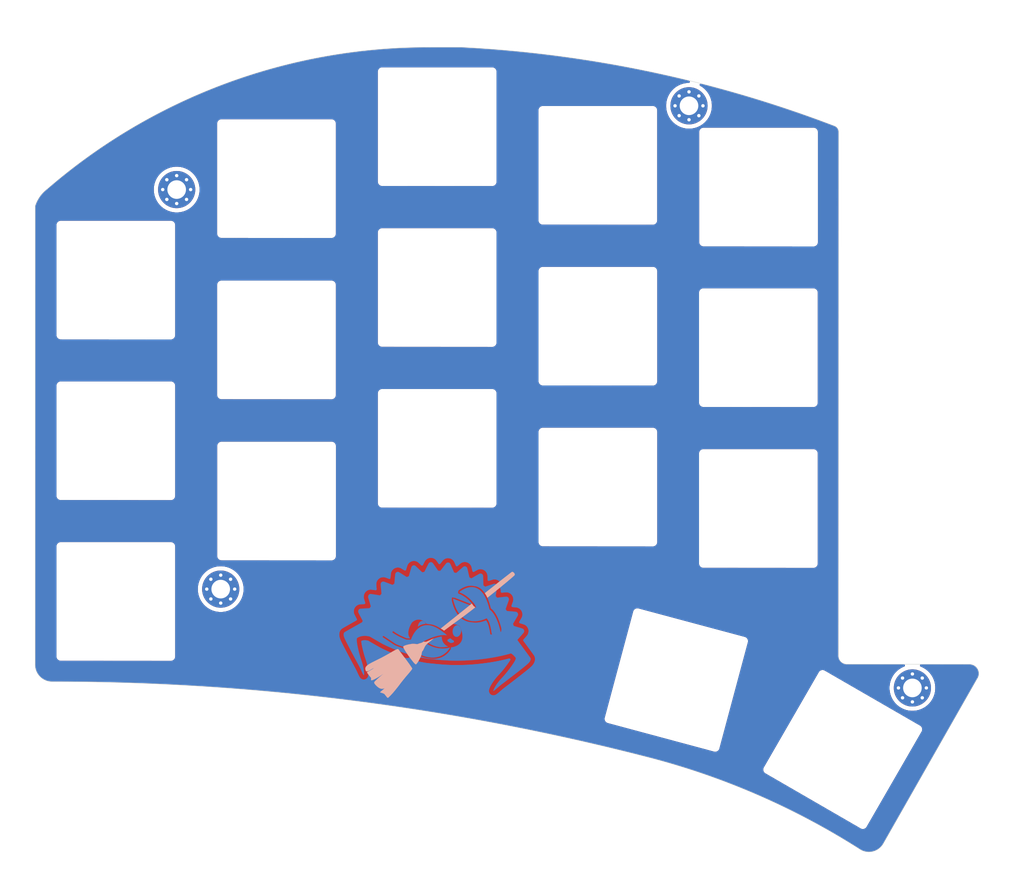
<source format=kicad_pcb>
(kicad_pcb (version 20241229) (generator "pcbnew") (generator_version "9.0")
  (layers (0 "F.Cu" signal) (2 "B.Cu" signal) (13 "F.Paste" user) (15 "B.Paste" user) (5 "F.SilkS" user "F.Silkscreen") (7 "B.SilkS" user "B.Silkscreen") (1 "F.Mask" user) (3 "B.Mask" user) (25 "Edge.Cuts" user))
  (net 0 "")
  (net 1 "gnd")
  (footprint "Duckyb-Parts:MX-Plate-Cuts" (layer "F.Cu") (at 45 77)
    (property "Reference" "SW2" (hide yes))
    (property "Value" "SW_Push" (hide yes))
    (fp_line (start -7 -6.5) (end -7 6.490924) (stroke (width 0.010007)) (layer "Edge.Cuts"))
    (fp_line (start -6.5 -7) (end 6.5 -7) (stroke (width 0.010007)) (layer "Edge.Cuts"))
    (fp_line (start -6.5 6.990924) (end 6.5 7) (stroke (width 0.010007)) (layer "Edge.Cuts"))
    (fp_line (start 7 -6.5) (end 7 6.5) (stroke (width 0.010007)) (layer "Edge.Cuts"))
    (fp_arc (start -7 -6.5) (mid -6.853553 -6.853553) (end -6.5 -7) (stroke (width 0.010007)) (layer "Edge.Cuts"))
    (fp_arc (start -6.5 6.990924) (mid -6.853553 6.844477) (end -7 6.490924) (stroke (width 0.010007)) (layer "Edge.Cuts"))
    (fp_arc (start 6.5 -7) (mid 6.853553 -6.853553) (end 7 -6.5) (stroke (width 0.010007)) (layer "Edge.Cuts"))
    (fp_arc (start 7 6.5) (mid 6.853553 6.853553) (end 6.5 7) (stroke (width 0.010007)) (layer "Edge.Cuts"))
  )
  (footprint "Duckyb-Parts:MX-Plate-Cuts" (layer "F.Cu") (at 64 65)
    (property "Reference" "SW3" (hide yes))
    (property "Value" "SW_Push" (hide yes))
    (fp_line (start -7 -6.5) (end -7 6.490924) (stroke (width 0.010007)) (layer "Edge.Cuts"))
    (fp_line (start -6.5 -7) (end 6.5 -7) (stroke (width 0.010007)) (layer "Edge.Cuts"))
    (fp_line (start -6.5 6.990924) (end 6.5 7) (stroke (width 0.010007)) (layer "Edge.Cuts"))
    (fp_line (start 7 -6.5) (end 7 6.5) (stroke (width 0.010007)) (layer "Edge.Cuts"))
    (fp_arc (start -7 -6.5) (mid -6.853553 -6.853553) (end -6.5 -7) (stroke (width 0.010007)) (layer "Edge.Cuts"))
    (fp_arc (start -6.5 6.990924) (mid -6.853553 6.844477) (end -7 6.490924) (stroke (width 0.010007)) (layer "Edge.Cuts"))
    (fp_arc (start 6.5 -7) (mid 6.853553 -6.853553) (end 7 -6.5) (stroke (width 0.010007)) (layer "Edge.Cuts"))
    (fp_arc (start 7 6.5) (mid 6.853553 6.853553) (end 6.5 7) (stroke (width 0.010007)) (layer "Edge.Cuts"))
  )
  (footprint "Duckyb-Parts:MX-Plate-Cuts" (layer "F.Cu") (at 83 58.86)
    (property "Reference" "SW4" (hide yes))
    (property "Value" "SW_Push" (hide yes))
    (fp_line (start -7 -6.5) (end -7 6.490924) (stroke (width 0.010007)) (layer "Edge.Cuts"))
    (fp_line (start -6.5 -7) (end 6.5 -7) (stroke (width 0.010007)) (layer "Edge.Cuts"))
    (fp_line (start -6.5 6.990924) (end 6.5 7) (stroke (width 0.010007)) (layer "Edge.Cuts"))
    (fp_line (start 7 -6.5) (end 7 6.5) (stroke (width 0.010007)) (layer "Edge.Cuts"))
    (fp_arc (start -7 -6.5) (mid -6.853553 -6.853553) (end -6.5 -7) (stroke (width 0.010007)) (layer "Edge.Cuts"))
    (fp_arc (start -6.5 6.990924) (mid -6.853553 6.844477) (end -7 6.490924) (stroke (width 0.010007)) (layer "Edge.Cuts"))
    (fp_arc (start 6.5 -7) (mid 6.853553 -6.853553) (end 7 -6.5) (stroke (width 0.010007)) (layer "Edge.Cuts"))
    (fp_arc (start 7 6.5) (mid 6.853553 6.853553) (end 6.5 7) (stroke (width 0.010007)) (layer "Edge.Cuts"))
  )
  (footprint "Duckyb-Parts:MX-Plate-Cuts" (layer "F.Cu") (at 101.994 63.432)
    (property "Reference" "SW5" (hide yes))
    (property "Value" "SW_Push" (hide yes))
    (fp_line (start -7 -6.5) (end -7 6.490924) (stroke (width 0.010007)) (layer "Edge.Cuts"))
    (fp_line (start -6.5 -7) (end 6.5 -7) (stroke (width 0.010007)) (layer "Edge.Cuts"))
    (fp_line (start -6.5 6.990924) (end 6.5 7) (stroke (width 0.010007)) (layer "Edge.Cuts"))
    (fp_line (start 7 -6.5) (end 7 6.5) (stroke (width 0.010007)) (layer "Edge.Cuts"))
    (fp_arc (start -7 -6.5) (mid -6.853553 -6.853553) (end -6.5 -7) (stroke (width 0.010007)) (layer "Edge.Cuts"))
    (fp_arc (start -6.5 6.990924) (mid -6.853553 6.844477) (end -7 6.490924) (stroke (width 0.010007)) (layer "Edge.Cuts"))
    (fp_arc (start 6.5 -7) (mid 6.853553 -6.853553) (end 7 -6.5) (stroke (width 0.010007)) (layer "Edge.Cuts"))
    (fp_arc (start 7 6.5) (mid 6.853553 6.853553) (end 6.5 7) (stroke (width 0.010007)) (layer "Edge.Cuts"))
  )
  (footprint "Duckyb-Parts:MX-Plate-Cuts" (layer "F.Cu") (at 121 66)
    (property "Reference" "SW6" (hide yes))
    (property "Value" "SW_Push" (hide yes))
    (fp_line (start -7 -6.5) (end -7 6.490924) (stroke (width 0.010007)) (layer "Edge.Cuts"))
    (fp_line (start -6.5 -7) (end 6.5 -7) (stroke (width 0.010007)) (layer "Edge.Cuts"))
    (fp_line (start -6.5 6.990924) (end 6.5 7) (stroke (width 0.010007)) (layer "Edge.Cuts"))
    (fp_line (start 7 -6.5) (end 7 6.5) (stroke (width 0.010007)) (layer "Edge.Cuts"))
    (fp_arc (start -7 -6.5) (mid -6.853553 -6.853553) (end -6.5 -7) (stroke (width 0.010007)) (layer "Edge.Cuts"))
    (fp_arc (start -6.5 6.990924) (mid -6.853553 6.844477) (end -7 6.490924) (stroke (width 0.010007)) (layer "Edge.Cuts"))
    (fp_arc (start 6.5 -7) (mid 6.853553 -6.853553) (end 7 -6.5) (stroke (width 0.010007)) (layer "Edge.Cuts"))
    (fp_arc (start 7 6.5) (mid 6.853553 6.853553) (end 6.5 7) (stroke (width 0.010007)) (layer "Edge.Cuts"))
  )
  (footprint "Duckyb-Parts:MX-Plate-Cuts" (layer "F.Cu") (at 45 96)
    (property "Reference" "SW8" (hide yes))
    (property "Value" "SW_Push" (hide yes))
    (fp_line (start -7 -6.5) (end -7 6.490924) (stroke (width 0.010007)) (layer "Edge.Cuts"))
    (fp_line (start -6.5 -7) (end 6.5 -7) (stroke (width 0.010007)) (layer "Edge.Cuts"))
    (fp_line (start -6.5 6.990924) (end 6.5 7) (stroke (width 0.010007)) (layer "Edge.Cuts"))
    (fp_line (start 7 -6.5) (end 7 6.5) (stroke (width 0.010007)) (layer "Edge.Cuts"))
    (fp_arc (start -7 -6.5) (mid -6.853553 -6.853553) (end -6.5 -7) (stroke (width 0.010007)) (layer "Edge.Cuts"))
    (fp_arc (start -6.5 6.990924) (mid -6.853553 6.844477) (end -7 6.490924) (stroke (width 0.010007)) (layer "Edge.Cuts"))
    (fp_arc (start 6.5 -7) (mid 6.853553 -6.853553) (end 7 -6.5) (stroke (width 0.010007)) (layer "Edge.Cuts"))
    (fp_arc (start 7 6.5) (mid 6.853553 6.853553) (end 6.5 7) (stroke (width 0.010007)) (layer "Edge.Cuts"))
  )
  (footprint "Duckyb-Parts:MX-Plate-Cuts" (layer "F.Cu") (at 64 84.074)
    (property "Reference" "SW9" (hide yes))
    (property "Value" "SW_Push" (hide yes))
    (fp_line (start -7 -6.5) (end -7 6.490924) (stroke (width 0.010007)) (layer "Edge.Cuts"))
    (fp_line (start -6.5 -7) (end 6.5 -7) (stroke (width 0.010007)) (layer "Edge.Cuts"))
    (fp_line (start -6.5 6.990924) (end 6.5 7) (stroke (width 0.010007)) (layer "Edge.Cuts"))
    (fp_line (start 7 -6.5) (end 7 6.5) (stroke (width 0.010007)) (layer "Edge.Cuts"))
    (fp_arc (start -7 -6.5) (mid -6.853553 -6.853553) (end -6.5 -7) (stroke (width 0.010007)) (layer "Edge.Cuts"))
    (fp_arc (start -6.5 6.990924) (mid -6.853553 6.844477) (end -7 6.490924) (stroke (width 0.010007)) (layer "Edge.Cuts"))
    (fp_arc (start 6.5 -7) (mid 6.853553 -6.853553) (end 7 -6.5) (stroke (width 0.010007)) (layer "Edge.Cuts"))
    (fp_arc (start 7 6.5) (mid 6.853553 6.853553) (end 6.5 7) (stroke (width 0.010007)) (layer "Edge.Cuts"))
  )
  (footprint "Duckyb-Parts:MX-Plate-Cuts" (layer "F.Cu") (at 83 77.878)
    (property "Reference" "SW10" (hide yes))
    (property "Value" "SW_Push" (hide yes))
    (fp_line (start -7 -6.5) (end -7 6.490924) (stroke (width 0.010007)) (layer "Edge.Cuts"))
    (fp_line (start -6.5 -7) (end 6.5 -7) (stroke (width 0.010007)) (layer "Edge.Cuts"))
    (fp_line (start -6.5 6.990924) (end 6.5 7) (stroke (width 0.010007)) (layer "Edge.Cuts"))
    (fp_line (start 7 -6.5) (end 7 6.5) (stroke (width 0.010007)) (layer "Edge.Cuts"))
    (fp_arc (start -7 -6.5) (mid -6.853553 -6.853553) (end -6.5 -7) (stroke (width 0.010007)) (layer "Edge.Cuts"))
    (fp_arc (start -6.5 6.990924) (mid -6.853553 6.844477) (end -7 6.490924) (stroke (width 0.010007)) (layer "Edge.Cuts"))
    (fp_arc (start 6.5 -7) (mid 6.853553 -6.853553) (end 7 -6.5) (stroke (width 0.010007)) (layer "Edge.Cuts"))
    (fp_arc (start 7 6.5) (mid 6.853553 6.853553) (end 6.5 7) (stroke (width 0.010007)) (layer "Edge.Cuts"))
  )
  (footprint "Duckyb-Parts:MX-Plate-Cuts" (layer "F.Cu") (at 102 82.45)
    (property "Reference" "SW11" (hide yes))
    (property "Value" "SW_Push" (hide yes))
    (fp_line (start -7 -6.5) (end -7 6.490924) (stroke (width 0.010007)) (layer "Edge.Cuts"))
    (fp_line (start -6.5 -7) (end 6.5 -7) (stroke (width 0.010007)) (layer "Edge.Cuts"))
    (fp_line (start -6.5 6.990924) (end 6.5 7) (stroke (width 0.010007)) (layer "Edge.Cuts"))
    (fp_line (start 7 -6.5) (end 7 6.5) (stroke (width 0.010007)) (layer "Edge.Cuts"))
    (fp_arc (start -7 -6.5) (mid -6.853553 -6.853553) (end -6.5 -7) (stroke (width 0.010007)) (layer "Edge.Cuts"))
    (fp_arc (start -6.5 6.990924) (mid -6.853553 6.844477) (end -7 6.490924) (stroke (width 0.010007)) (layer "Edge.Cuts"))
    (fp_arc (start 6.5 -7) (mid 6.853553 -6.853553) (end 7 -6.5) (stroke (width 0.010007)) (layer "Edge.Cuts"))
    (fp_arc (start 7 6.5) (mid 6.853553 6.853553) (end 6.5 7) (stroke (width 0.010007)) (layer "Edge.Cuts"))
  )
  (footprint "Duckyb-Parts:MX-Plate-Cuts" (layer "F.Cu") (at 120.98 84.99)
    (property "Reference" "SW12" (hide yes))
    (property "Value" "SW_Push" (hide yes))
    (fp_line (start -7 -6.5) (end -7 6.490924) (stroke (width 0.010007)) (layer "Edge.Cuts"))
    (fp_line (start -6.5 -7) (end 6.5 -7) (stroke (width 0.010007)) (layer "Edge.Cuts"))
    (fp_line (start -6.5 6.990924) (end 6.5 7) (stroke (width 0.010007)) (layer "Edge.Cuts"))
    (fp_line (start 7 -6.5) (end 7 6.5) (stroke (width 0.010007)) (layer "Edge.Cuts"))
    (fp_arc (start -7 -6.5) (mid -6.853553 -6.853553) (end -6.5 -7) (stroke (width 0.010007)) (layer "Edge.Cuts"))
    (fp_arc (start -6.5 6.990924) (mid -6.853553 6.844477) (end -7 6.490924) (stroke (width 0.010007)) (layer "Edge.Cuts"))
    (fp_arc (start 6.5 -7) (mid 6.853553 -6.853553) (end 7 -6.5) (stroke (width 0.010007)) (layer "Edge.Cuts"))
    (fp_arc (start 7 6.5) (mid 6.853553 6.853553) (end 6.5 7) (stroke (width 0.010007)) (layer "Edge.Cuts"))
  )
  (footprint "Duckyb-Parts:MX-Plate-Cuts" (layer "F.Cu") (at 45 115)
    (property "Reference" "SW14" (hide yes))
    (property "Value" "SW_Push" (hide yes))
    (fp_line (start -7 -6.5) (end -7 6.490924) (stroke (width 0.010007)) (layer "Edge.Cuts"))
    (fp_line (start -6.5 -7) (end 6.5 -7) (stroke (width 0.010007)) (layer "Edge.Cuts"))
    (fp_line (start -6.5 6.990924) (end 6.5 7) (stroke (width 0.010007)) (layer "Edge.Cuts"))
    (fp_line (start 7 -6.5) (end 7 6.5) (stroke (width 0.010007)) (layer "Edge.Cuts"))
    (fp_arc (start -7 -6.5) (mid -6.853553 -6.853553) (end -6.5 -7) (stroke (width 0.010007)) (layer "Edge.Cuts"))
    (fp_arc (start -6.5 6.990924) (mid -6.853553 6.844477) (end -7 6.490924) (stroke (width 0.010007)) (layer "Edge.Cuts"))
    (fp_arc (start 6.5 -7) (mid 6.853553 -6.853553) (end 7 -6.5) (stroke (width 0.010007)) (layer "Edge.Cuts"))
    (fp_arc (start 7 6.5) (mid 6.853553 6.853553) (end 6.5 7) (stroke (width 0.010007)) (layer "Edge.Cuts"))
  )
  (footprint "Duckyb-Parts:MX-Plate-Cuts" (layer "F.Cu") (at 64.008 103.124)
    (property "Reference" "SW15" (hide yes))
    (property "Value" "SW_Push" (hide yes))
    (fp_line (start -7 -6.5) (end -7 6.490924) (stroke (width 0.010007)) (layer "Edge.Cuts"))
    (fp_line (start -6.5 -7) (end 6.5 -7) (stroke (width 0.010007)) (layer "Edge.Cuts"))
    (fp_line (start -6.5 6.990924) (end 6.5 7) (stroke (width 0.010007)) (layer "Edge.Cuts"))
    (fp_line (start 7 -6.5) (end 7 6.5) (stroke (width 0.010007)) (layer "Edge.Cuts"))
    (fp_arc (start -7 -6.5) (mid -6.853553 -6.853553) (end -6.5 -7) (stroke (width 0.010007)) (layer "Edge.Cuts"))
    (fp_arc (start -6.5 6.990924) (mid -6.853553 6.844477) (end -7 6.490924) (stroke (width 0.010007)) (layer "Edge.Cuts"))
    (fp_arc (start 6.5 -7) (mid 6.853553 -6.853553) (end 7 -6.5) (stroke (width 0.010007)) (layer "Edge.Cuts"))
    (fp_arc (start 7 6.5) (mid 6.853553 6.853553) (end 6.5 7) (stroke (width 0.010007)) (layer "Edge.Cuts"))
  )
  (footprint "Duckyb-Parts:MX-Plate-Cuts" (layer "F.Cu") (at 83 96.896)
    (property "Reference" "SW16" (hide yes))
    (property "Value" "SW_Push" (hide yes))
    (fp_line (start -7 -6.5) (end -7 6.490924) (stroke (width 0.010007)) (layer "Edge.Cuts"))
    (fp_line (start -6.5 -7) (end 6.5 -7) (stroke (width 0.010007)) (layer "Edge.Cuts"))
    (fp_line (start -6.5 6.990924) (end 6.5 7) (stroke (width 0.010007)) (layer "Edge.Cuts"))
    (fp_line (start 7 -6.5) (end 7 6.5) (stroke (width 0.010007)) (layer "Edge.Cuts"))
    (fp_arc (start -7 -6.5) (mid -6.853553 -6.853553) (end -6.5 -7) (stroke (width 0.010007)) (layer "Edge.Cuts"))
    (fp_arc (start -6.5 6.990924) (mid -6.853553 6.844477) (end -7 6.490924) (stroke (width 0.010007)) (layer "Edge.Cuts"))
    (fp_arc (start 6.5 -7) (mid 6.853553 -6.853553) (end 7 -6.5) (stroke (width 0.010007)) (layer "Edge.Cuts"))
    (fp_arc (start 7 6.5) (mid 6.853553 6.853553) (end 6.5 7) (stroke (width 0.010007)) (layer "Edge.Cuts"))
  )
  (footprint "Duckyb-Parts:MX-Plate-Cuts" (layer "F.Cu") (at 102 101.468)
    (property "Reference" "SW17" (hide yes))
    (property "Value" "SW_Push" (hide yes))
    (fp_line (start -7 -6.5) (end -7 6.490924) (stroke (width 0.010007)) (layer "Edge.Cuts"))
    (fp_line (start -6.5 -7) (end 6.5 -7) (stroke (width 0.010007)) (layer "Edge.Cuts"))
    (fp_line (start -6.5 6.990924) (end 6.5 7) (stroke (width 0.010007)) (layer "Edge.Cuts"))
    (fp_line (start 7 -6.5) (end 7 6.5) (stroke (width 0.010007)) (layer "Edge.Cuts"))
    (fp_arc (start -7 -6.5) (mid -6.853553 -6.853553) (end -6.5 -7) (stroke (width 0.010007)) (layer "Edge.Cuts"))
    (fp_arc (start -6.5 6.990924) (mid -6.853553 6.844477) (end -7 6.490924) (stroke (width 0.010007)) (layer "Edge.Cuts"))
    (fp_arc (start 6.5 -7) (mid 6.853553 -6.853553) (end 7 -6.5) (stroke (width 0.010007)) (layer "Edge.Cuts"))
    (fp_arc (start 7 6.5) (mid 6.853553 6.853553) (end 6.5 7) (stroke (width 0.010007)) (layer "Edge.Cuts"))
  )
  (footprint "Duckyb-Parts:MX-Plate-Cuts" (layer "F.Cu") (at 130.95 132.504 -30)
    (property "Reference" "SW20" (hide yes))
    (property "Value" "SW_Push" (hide yes))
    (fp_line (start -6.5 6.990924) (end 6.5 7) (stroke (width 0.010007)) (layer "Edge.Cuts"))
    (fp_line (start -7 -6.5) (end -7 6.490924) (stroke (width 0.010007)) (layer "Edge.Cuts"))
    (fp_line (start -6.5 -7) (end 6.5 -7) (stroke (width 0.010007)) (layer "Edge.Cuts"))
    (fp_line (start 7 -6.5) (end 7 6.5) (stroke (width 0.010007)) (layer "Edge.Cuts"))
    (fp_arc (start -6.5 6.990924) (mid -6.853554 6.844477) (end -7 6.490924) (stroke (width 0.010007)) (layer "Edge.Cuts"))
    (fp_arc (start -7 -6.5) (mid -6.853554 -6.853553) (end -6.5 -7) (stroke (width 0.010007)) (layer "Edge.Cuts"))
    (fp_arc (start 7 6.5) (mid 6.853554 6.853553) (end 6.5 7) (stroke (width 0.010007)) (layer "Edge.Cuts"))
    (fp_arc (start 6.5 -7) (mid 6.853553 -6.853554) (end 7 -6.5) (stroke (width 0.010007)) (layer "Edge.Cuts"))
  )
  (footprint "Duckyb-Parts:MX-Plate-Cuts" (layer "F.Cu") (at 111.272 124.288 -15)
    (property "Reference" "SW21" (hide yes))
    (property "Value" "SW_Push" (hide yes))
    (fp_line (start -6.5 6.990924) (end 6.500002 7) (stroke (width 0.010007)) (layer "Edge.Cuts"))
    (fp_line (start -7 -6.5) (end -7 6.490924) (stroke (width 0.010007)) (layer "Edge.Cuts"))
    (fp_line (start -6.500002 -7) (end 6.5 -7) (stroke (width 0.010007)) (layer "Edge.Cuts"))
    (fp_line (start 7 -6.500002) (end 7 6.5) (stroke (width 0.010007)) (layer "Edge.Cuts"))
    (fp_arc (start -6.5 6.990924) (mid -6.853553 6.844477) (end -7 6.490924) (stroke (width 0.010007)) (layer "Edge.Cuts"))
    (fp_arc (start -7 -6.5) (mid -6.853553 -6.853553) (end -6.500002 -7) (stroke (width 0.010007)) (layer "Edge.Cuts"))
    (fp_arc (start 7 6.5) (mid 6.853553 6.853553) (end 6.500002 7) (stroke (width 0.010007)) (layer "Edge.Cuts"))
    (fp_arc (start 6.5 -7) (mid 6.853553 -6.853553) (end 7 -6.500002) (stroke (width 0.010007)) (layer "Edge.Cuts"))
  )
  (footprint "Duckyb-Parts:MX-Plate-Cuts" (layer "F.Cu") (at 120.98 104.008)
    (property "Reference" "SW18" (hide yes))
    (property "Value" "SW_Push" (hide yes))
    (fp_line (start -7 -6.5) (end -7 6.490924) (stroke (width 0.010007)) (layer "Edge.Cuts"))
    (fp_line (start -6.5 -7) (end 6.5 -7) (stroke (width 0.010007)) (layer "Edge.Cuts"))
    (fp_line (start -6.5 6.990924) (end 6.5 7) (stroke (width 0.010007)) (layer "Edge.Cuts"))
    (fp_line (start 7 -6.5) (end 7 6.5) (stroke (width 0.010007)) (layer "Edge.Cuts"))
    (fp_arc (start -7 -6.5) (mid -6.853553 -6.853553) (end -6.5 -7) (stroke (width 0.010007)) (layer "Edge.Cuts"))
    (fp_arc (start -6.5 6.990924) (mid -6.853553 6.844477) (end -7 6.490924) (stroke (width 0.010007)) (layer "Edge.Cuts"))
    (fp_arc (start 6.5 -7) (mid 6.853553 -6.853553) (end 7 -6.5) (stroke (width 0.010007)) (layer "Edge.Cuts"))
    (fp_arc (start 7 6.5) (mid 6.853553 6.853553) (end 6.5 7) (stroke (width 0.010007)) (layer "Edge.Cuts"))
  )
  (footprint "MountingHole:MountingHole_2.2mm_M2_Pad_Via" (layer "F.Cu") (at 52.197 66.294)
    (property "Reference" "Mounting 04" (hide yes))
    (property "Value" "MountingHole_2.2mm_M2_Pad_Via")
    (pad "1" thru_hole circle (at -1.65 0) (size 0.7 0.7) (drill 0.4) (layers "*.Cu" "*.Mask"))
    (pad "1" thru_hole circle (at -1.166726 -1.166726) (size 0.7 0.7) (drill 0.4) (layers "*.Cu" "*.Mask"))
    (pad "1" thru_hole circle (at -1.166726 1.166726) (size 0.7 0.7) (drill 0.4) (layers "*.Cu" "*.Mask"))
    (pad "1" thru_hole circle (at 0 -1.65) (size 0.7 0.7) (drill 0.4) (layers "*.Cu" "*.Mask"))
    (pad "1" thru_hole circle (at 0 0) (size 4.4 4.4) (drill 2.2) (layers "*.Cu" "*.Mask"))
    (pad "1" thru_hole circle (at 0 1.65) (size 0.7 0.7) (drill 0.4) (layers "*.Cu" "*.Mask"))
    (pad "1" thru_hole circle (at 1.166726 -1.166726) (size 0.7 0.7) (drill 0.4) (layers "*.Cu" "*.Mask"))
    (pad "1" thru_hole circle (at 1.166726 1.166726) (size 0.7 0.7) (drill 0.4) (layers "*.Cu" "*.Mask"))
    (pad "1" thru_hole circle (at 1.65 0) (size 0.7 0.7) (drill 0.4) (layers "*.Cu" "*.Mask"))
  )
  (footprint "MountingHole:MountingHole_2.2mm_M2_Pad_Via" (layer "F.Cu") (at 57.404 113.538)
    (property "Reference" "Mounting 03" (hide yes))
    (property "Value" "MountingHole_2.2mm_M2_Pad_Via")
    (pad "1" thru_hole circle (at -1.65 0) (size 0.7 0.7) (drill 0.4) (layers "*.Cu" "*.Mask"))
    (pad "1" thru_hole circle (at -1.166726 -1.166726) (size 0.7 0.7) (drill 0.4) (layers "*.Cu" "*.Mask"))
    (pad "1" thru_hole circle (at -1.166726 1.166726) (size 0.7 0.7) (drill 0.4) (layers "*.Cu" "*.Mask"))
    (pad "1" thru_hole circle (at 0 -1.65) (size 0.7 0.7) (drill 0.4) (layers "*.Cu" "*.Mask"))
    (pad "1" thru_hole circle (at 0 0) (size 4.4 4.4) (drill 2.2) (layers "*.Cu" "*.Mask"))
    (pad "1" thru_hole circle (at 0 1.65) (size 0.7 0.7) (drill 0.4) (layers "*.Cu" "*.Mask"))
    (pad "1" thru_hole circle (at 1.166726 -1.166726) (size 0.7 0.7) (drill 0.4) (layers "*.Cu" "*.Mask"))
    (pad "1" thru_hole circle (at 1.166726 1.166726) (size 0.7 0.7) (drill 0.4) (layers "*.Cu" "*.Mask"))
    (pad "1" thru_hole circle (at 1.65 0) (size 0.7 0.7) (drill 0.4) (layers "*.Cu" "*.Mask"))
  )
  (footprint "MountingHole:MountingHole_2.2mm_M2_Pad_Via" (layer "F.Cu") (at 112.776 56.388)
    (property "Reference" "Mounting 01" (hide yes))
    (property "Value" "MountingHole_2.2mm_M2_Pad_Via")
    (pad "1" thru_hole circle (at -1.65 0) (size 0.7 0.7) (drill 0.4) (layers "*.Cu" "*.Mask"))
    (pad "1" thru_hole circle (at -1.166726 -1.166726) (size 0.7 0.7) (drill 0.4) (layers "*.Cu" "*.Mask"))
    (pad "1" thru_hole circle (at -1.166726 1.166726) (size 0.7 0.7) (drill 0.4) (layers "*.Cu" "*.Mask"))
    (pad "1" thru_hole circle (at 0 -1.65) (size 0.7 0.7) (drill 0.4) (layers "*.Cu" "*.Mask"))
    (pad "1" thru_hole circle (at 0 0) (size 4.4 4.4) (drill 2.2) (layers "*.Cu" "*.Mask"))
    (pad "1" thru_hole circle (at 0 1.65) (size 0.7 0.7) (drill 0.4) (layers "*.Cu" "*.Mask"))
    (pad "1" thru_hole circle (at 1.166726 -1.166726) (size 0.7 0.7) (drill 0.4) (layers "*.Cu" "*.Mask"))
    (pad "1" thru_hole circle (at 1.166726 1.166726) (size 0.7 0.7) (drill 0.4) (layers "*.Cu" "*.Mask"))
    (pad "1" thru_hole circle (at 1.65 0) (size 0.7 0.7) (drill 0.4) (layers "*.Cu" "*.Mask"))
  )
  (footprint "MountingHole:MountingHole_2.2mm_M2_Pad_Via" (layer "F.Cu") (at 139.192 125.222)
    (property "Reference" "Mounting 02" (hide yes))
    (property "Value" "MountingHole_2.2mm_M2_Pad_Via")
    (pad "1" thru_hole circle (at -1.65 0) (size 0.7 0.7) (drill 0.4) (layers "*.Cu" "*.Mask"))
    (pad "1" thru_hole circle (at -1.166726 -1.166726) (size 0.7 0.7) (drill 0.4) (layers "*.Cu" "*.Mask"))
    (pad "1" thru_hole circle (at -1.166726 1.166726) (size 0.7 0.7) (drill 0.4) (layers "*.Cu" "*.Mask"))
    (pad "1" thru_hole circle (at 0 -1.65) (size 0.7 0.7) (drill 0.4) (layers "*.Cu" "*.Mask"))
    (pad "1" thru_hole circle (at 0 0) (size 4.4 4.4) (drill 2.2) (layers "*.Cu" "*.Mask"))
    (pad "1" thru_hole circle (at 0 1.65) (size 0.7 0.7) (drill 0.4) (layers "*.Cu" "*.Mask"))
    (pad "1" thru_hole circle (at 1.166726 -1.166726) (size 0.7 0.7) (drill 0.4) (layers "*.Cu" "*.Mask"))
    (pad "1" thru_hole circle (at 1.166726 1.166726) (size 0.7 0.7) (drill 0.4) (layers "*.Cu" "*.Mask"))
    (pad "1" thru_hole circle (at 1.65 0) (size 0.7 0.7) (drill 0.4) (layers "*.Cu" "*.Mask"))
  )
  (footprint "Kailh:ferris_broom" (layer "B.Cu") (at 84.455 118.745 173)
    (property "Reference" "G***" (hide yes))
    (property "Value" "LOGO" (hide yes))
    (fp_poly (pts (xy 3.338859 1.039943) (xy 3.381528 1.037073) (xy 3.414098 1.031849) (xy 3.443386 1.022761) (xy 3.471333 1.010616) (xy 3.542832 0.967875) (xy 3.607733 0.911121) (xy 3.664984 0.842343) (xy 3.713532 0.763523) (xy 3.752325 0.676654) (xy 3.780309 0.58372) (xy 3.796432 0.486708) (xy 3.799747 0.390693) (xy 3.797295 0.313779) (xy 3.759199 0.350196) (xy 3.673719 0.423651) (xy 3.575263 0.494102) (xy 3.467764 0.559419) (xy 3.355157 0.617476) (xy 3.241376 0.666145) (xy 3.130355 0.703298) (xy 3.084249 0.715249) (xy 3.049708 0.723486) (xy 3.017103 0.731513) (xy 2.996217 0.736878) (xy 2.969051 0.742504) (xy 2.944627 0.745053) (xy 2.943301 0.745067) (xy 2.926849 0.747477) (xy 2.920999 0.752447) (xy 2.926114 0.766193) (xy 2.939823 0.789421) (xy 2.959677 0.818764) (xy 2.983225 0.850868) (xy 3.008019 0.882372) (xy 3.031609 0.90992) (xy 3.04881 0.92765) (xy 3.109678 0.977639) (xy 3.170468 1.012259) (xy 3.234392 1.032756) (xy 3.304661 1.040371) (xy 3.338859 1.039943)) (stroke (width 0.01)) (fill yes) (layer "B.Cu"))
    (fp_poly (pts (xy -0.761144 1.032642) (xy -0.688709 1.008644) (xy -0.619188 0.970622) (xy -0.554768 0.920001) (xy -0.497637 0.858202) (xy -0.453968 0.7937) (xy -0.437483 0.766692) (xy -0.423416 0.746579) (xy -0.414329 0.736954) (xy -0.413252 0.7366) (xy -0.408833 0.731565) (xy -0.409736 0.729585) (xy -0.40904 0.718656) (xy -0.402935 0.697092) (xy -0.39386 0.672435) (xy -0.369521 0.596952) (xy -0.351987 0.510702) (xy -0.341678 0.418605) (xy -0.339017 0.32558) (xy -0.344425 0.236545) (xy -0.352075 0.18519) (xy -0.377889 0.081805) (xy -0.41398 -0.0129) (xy -0.459406 -0.097763) (xy -0.513225 -0.171624) (xy -0.574496 -0.233322) (xy -0.642278 -0.281697) (xy -0.715627 -0.315587) (xy -0.770126 -0.330135) (xy -0.812297 -0.336403) (xy -0.84915 -0.337012) (xy -0.888665 -0.331696) (xy -0.918634 -0.325158) (xy -0.947744 -0.318386) (xy -0.971301 -0.313186) (xy -0.982134 -0.31105) (xy -0.996126 -0.306431) (xy -0.999067 -0.304242) (xy -1.00783 -0.297463) (xy -1.026684 -0.284345) (xy -1.050959 -0.268116) (xy -1.110231 -0.221059) (xy -1.166285 -0.161274) (xy -1.215754 -0.092966) (xy -1.255272 -0.02034) (xy -1.262352 -0.004066) (xy -1.273749 0.020663) (xy -1.283702 0.037495) (xy -1.288991 0.042333) (xy -1.29308 0.047331) (xy -1.292297 0.048972) (xy -1.29238 0.059871) (xy -1.296468 0.082275) (xy -1.303688 0.111476) (xy -1.304231 0.113444) (xy -1.327325 0.227527) (xy -1.335016 0.34511) (xy -1.327592 0.463403) (xy -1.305338 0.579617) (xy -1.268541 0.690962) (xy -1.238078 0.757245) (xy -1.212207 0.803246) (xy -1.184334 0.842806) (xy -1.149579 0.88249) (xy -1.130553 0.901979) (xy -1.06388 0.960545) (xy -0.99682 1.002787) (xy -0.928123 1.029293) (xy -0.856537 1.040651) (xy -0.834305 1.041193) (xy -0.761144 1.032642)) (stroke (width 0.01)) (fill yes) (layer "B.Cu"))
    (fp_poly (pts (xy 0.876959 -0.512614) (xy 0.879912 -0.513257) (xy 0.909731 -0.520828) (xy 0.950577 -0.532551) (xy 0.999376 -0.547409) (xy 1.053055 -0.564389) (xy 1.108539 -0.582475) (xy 1.162754 -0.600654) (xy 1.212625 -0.617911) (xy 1.25508 -0.633232) (xy 1.287043 -0.645603) (xy 1.303866 -0.653146) (xy 1.327085 -0.664074) (xy 1.359259 -0.677603) (xy 1.392766 -0.690556) (xy 1.417989 -0.70002) (xy 1.442859 -0.709847) (xy 1.469644 -0.721054) (xy 1.500622 -0.734654) (xy 1.538066 -0.751664) (xy 1.584249 -0.773098) (xy 1.641445 -0.799972) (xy 1.701799 -0.828502) (xy 1.790699 -0.870597) (xy 1.990634 -1.072415) (xy 2.069517 -1.152176) (xy 2.137023 -1.220741) (xy 2.193816 -1.278817) (xy 2.240566 -1.327109) (xy 2.277937 -1.366325) (xy 2.306597 -1.39717) (xy 2.327213 -1.420351) (xy 2.340451 -1.436574) (xy 2.346978 -1.446545) (xy 2.347727 -1.450669) (xy 2.337133 -1.458448) (xy 2.313359 -1.470926) (xy 2.279096 -1.486898) (xy 2.237036 -1.50516) (xy 2.189869 -1.524506) (xy 2.140286 -1.543732) (xy 2.137833 -1.544653) (xy 2.097444 -1.559856) (xy 2.058067 -1.574784) (xy 2.025451 -1.587254) (xy 2.01182 -1.592529) (xy 1.986019 -1.601772) (xy 1.965641 -1.607611) (xy 1.958789 -1.608667) (xy 1.941557 -1.61242) (xy 1.932401 -1.616333) (xy 1.916696 -1.622488) (xy 1.888261 -1.631781) (xy 1.850774 -1.643153) (xy 1.807909 -1.655543) (xy 1.763342 -1.667892) (xy 1.720749 -1.679138) (xy 1.683806 -1.688221) (xy 1.680633 -1.688954) (xy 1.64504 -1.697141) (xy 1.610788 -1.705064) (xy 1.587499 -1.710491) (xy 1.510641 -1.726839) (xy 1.427179 -1.741738) (xy 1.350433 -1.752959) (xy 1.307609 -1.758468) (xy 1.263139 -1.764289) (xy 1.225385 -1.769324) (xy 1.219199 -1.770165) (xy 1.156081 -1.776576) (xy 1.0818 -1.780579) (xy 1.001959 -1.782131) (xy 0.922164 -1.781187) (xy 0.848018 -1.777702) (xy 0.800099 -1.773465) (xy 0.751827 -1.767563) (xy 0.696348 -1.759999) (xy 0.637115 -1.751324) (xy 0.57758 -1.742086) (xy 0.521197 -1.732835) (xy 0.471419 -1.724123) (xy 0.431698 -1.716498) (xy 0.406398 -1.710756) (xy 0.379671 -1.703999) (xy 0.347122 -1.696235) (xy 0.334433 -1.69333) (xy 0.286755 -1.6819) (xy 0.237291 -1.668513) (xy 0.181713 -1.65192) (xy 0.115695 -1.630872) (xy 0.097366 -1.624871) (xy 0.057153 -1.612043) (xy 0.021585 -1.601424) (xy -0.005616 -1.594076) (xy -0.02073 -1.59106) (xy -0.021167 -1.59104) (xy -0.020533 -1.588533) (xy -0.006195 -1.582029) (xy 0.01937 -1.572526) (xy 0.052427 -1.561425) (xy 0.090109 -1.548565) (xy 0.12247 -1.536207) (xy 0.145654 -1.525903) (xy 0.155135 -1.520055) (xy 0.166798 -1.512017) (xy 0.171701 -1.512258) (xy 0.180836 -1.51091) (xy 0.20078 -1.50325) (xy 0.227383 -1.490895) (xy 0.229859 -1.489659) (xy 0.348134 -1.421013) (xy 0.455886 -1.339375) (xy 0.55229 -1.245632) (xy 0.636521 -1.140672) (xy 0.707755 -1.025383) (xy 0.75626 -0.922867) (xy 0.771785 -0.882802) (xy 0.78707 -0.838997) (xy 0.80115 -0.794778) (xy 0.813059 -0.753473) (xy 0.821834 -0.718408) (xy 0.826508 -0.692911) (xy 0.826433 -0.680943) (xy 0.826989 -0.669474) (xy 0.829813 -0.667297) (xy 0.834165 -0.658281) (xy 0.839539 -0.636304) (xy 0.845077 -0.605234) (xy 0.847767 -0.586531) (xy 0.852768 -0.550086) (xy 0.85688 -0.527452) (xy 0.861412 -0.515648) (xy 0.867669 -0.511696) (xy 0.876959 -0.512614)) (stroke (width 0.01)) (fill yes) (layer "B.Cu"))
    (fp_poly (pts (xy 0.052888 4.087984) (xy 0.067946 4.079373) (xy 0.071756 4.073128) (xy 0.07085 4.059512) (xy 0.064982 4.03481) (xy 0.055664 4.003581) (xy 0.04441 3.970386) (xy 0.03273 3.939783) (xy 0.02214 3.916334) (xy 0.016767 3.907366) (xy 0.010832 3.893836) (xy 0.004762 3.872028) (xy 0.004159 3.869266) (xy -0.003308 3.84276) (xy -0.014528 3.811802) (xy -0.018829 3.801533) (xy -0.03027 3.775245) (xy -0.039771 3.753029) (xy -0.042495 3.7465) (xy -0.04953 3.730048) (xy -0.060889 3.704188) (xy -0.072217 3.678766) (xy -0.086497 3.646732) (xy -0.100004 3.616147) (xy -0.107773 3.598333) (xy -0.137922 3.531005) (xy -0.174157 3.454212) (xy -0.214352 3.372159) (xy -0.256382 3.289058) (xy -0.298121 3.209106) (xy -0.337444 3.136512) (xy -0.370957 3.077633) (xy -0.391222 3.043677) (xy -0.413332 3.007382) (xy -0.435134 2.972196) (xy -0.454476 2.941566) (xy -0.469206 2.918939) (xy -0.476711 2.9083) (xy -0.48595 2.895421) (xy -0.497936 2.877085) (xy -0.513303 2.853756) (xy -0.533916 2.824013) (xy -0.557709 2.79065) (xy -0.582619 2.756464) (xy -0.606581 2.724252) (xy -0.627533 2.696811) (xy -0.643408 2.676938) (xy -0.652144 2.66743) (xy -0.652973 2.667) (xy -0.660355 2.660075) (xy -0.664298 2.651123) (xy -0.673008 2.635835) (xy -0.689343 2.61518) (xy -0.698736 2.604976) (xy -0.715673 2.586607) (xy -0.726298 2.573295) (xy -0.728134 2.56965) (xy -0.733627 2.561506) (xy -0.748032 2.545003) (xy -0.768237 2.523705) (xy -0.76835 2.523589) (xy -0.794189 2.496813) (xy -0.819673 2.469716) (xy -0.835159 2.452748) (xy -0.86175 2.422912) (xy -1.158369 2.724873) (xy -1.219019 2.786647) (xy -1.278002 2.846784) (xy -1.333865 2.903799) (xy -1.385155 2.956205) (xy -1.430418 3.002516) (xy -1.468201 3.041247) (xy -1.49705 3.070911) (xy -1.515514 3.090024) (xy -1.51581 3.090333) (xy -1.56207 3.138555) (xy -1.611663 3.190118) (xy -1.663079 3.243469) (xy -1.714819 3.297056) (xy -1.765376 3.349325) (xy -1.813246 3.398726) (xy -1.856925 3.443704) (xy -1.894908 3.482708) (xy -1.92569 3.514185) (xy -1.947768 3.536582) (xy -1.959637 3.548348) (xy -1.959727 3.548433) (xy -1.9759 3.565761) (xy -1.978192 3.576207) (xy -1.965537 3.581956) (xy -1.942011 3.584799) (xy -1.91354 3.58933) (xy -1.880453 3.597637) (xy -1.868196 3.601528) (xy -1.82972 3.613943) (xy -1.786833 3.626519) (xy -1.744246 3.638004) (xy -1.706667 3.647148) (xy -1.678803 3.652702) (xy -1.672167 3.653571) (xy -1.653829 3.656896) (xy -1.623755 3.664005) (xy -1.58642 3.673788) (xy -1.553634 3.682993) (xy -1.510782 3.695357) (xy -1.479633 3.704135) (xy -1.455635 3.710481) (xy -1.434232 3.715547) (xy -1.410872 3.720485) (xy -1.385129 3.72563) (xy -1.355075 3.732541) (xy -1.317487 3.742489) (xy -1.283529 3.752409) (xy -1.251355 3.761857) (xy -1.223427 3.769199) (xy -1.205497 3.772929) (xy -1.204841 3.773008) (xy -1.181435 3.778879) (xy -1.169414 3.784057) (xy -1.147629 3.79112) (xy -1.130044 3.793066) (xy -1.107167 3.795689) (xy -1.075265 3.802379) (xy -1.041202 3.811367) (xy -1.011848 3.820886) (xy -0.997065 3.827303) (xy -0.975917 3.83424) (xy -0.964759 3.8354) (xy -0.942082 3.839439) (xy -0.931763 3.843637) (xy -0.916052 3.848932) (xy -0.889144 3.855136) (xy -0.856636 3.860974) (xy -0.854003 3.861381) (xy -0.819323 3.867642) (xy -0.787922 3.874987) (xy -0.7665 3.881841) (xy -0.766234 3.881959) (xy -0.743653 3.890216) (xy -0.710769 3.900366) (xy -0.67269 3.911045) (xy -0.634522 3.920888) (xy -0.601371 3.928531) (xy -0.578345 3.93261) (xy -0.575734 3.932855) (xy -0.557083 3.934882) (xy -0.548217 3.936735) (xy -0.535517 3.940906) (xy -0.522538 3.945174) (xy -0.516467 3.947345) (xy -0.502069 3.951826) (xy -0.476921 3.958971) (xy -0.448734 3.966623) (xy -0.416124 3.975439) (xy -0.3866 3.983671) (xy -0.369154 3.988759) (xy -0.341596 3.994399) (xy -0.31793 3.996269) (xy -0.296675 3.998551) (xy -0.283211 4.004005) (xy -0.269512 4.010381) (xy -0.249767 4.014268) (xy -0.228754 4.017909) (xy -0.2159 4.022617) (xy -0.203902 4.027361) (xy -0.180333 4.034346) (xy -0.150148 4.042109) (xy -0.148167 4.042584) (xy -0.116958 4.050284) (xy -0.09127 4.057076) (xy -0.076484 4.061535) (xy -0.0762 4.061643) (xy -0.053269 4.06856) (xy -0.024518 4.072745) (xy -0.009989 4.073958) (xy 0.010378 4.077186) (xy 0.021933 4.082265) (xy 0.02226 4.082704) (xy 0.034915 4.089624) (xy 0.052888 4.087984)) (stroke (width 0.01)) (fill yes) (layer "B.Cu"))
    (fp_poly (pts (xy 2.497362 -1.60812) (xy 2.516201 -1.630541) (xy 2.539606 -1.66204) (xy 2.565698 -1.699782) (xy 2.5926 -1.740931) (xy 2.618435 -1.782653) (xy 2.641323 -1.822112) (xy 2.659388 -1.856474) (xy 2.666144 -1.871134) (xy 2.675174 -1.8922) (xy 2.682735 -1.9102) (xy 2.689668 -1.927504) (xy 2.696814 -1.946474) (xy 2.705016 -1.969476) (xy 2.715116 -1.998877) (xy 2.727955 -2.037044) (xy 2.744376 -2.086341) (xy 2.76522 -2.149136) (xy 2.767277 -2.155335) (xy 2.79547 -2.239012) (xy 2.819709 -2.307903) (xy 2.840648 -2.363518) (xy 2.858937 -2.407367) (xy 2.875227 -2.440961) (xy 2.89017 -2.465808) (xy 2.904417 -2.483419) (xy 2.911698 -2.490161) (xy 2.924037 -2.502392) (xy 2.934069 -2.517875) (xy 2.942227 -2.538695) (xy 2.948946 -2.566937) (xy 2.95466 -2.604686) (xy 2.959803 -2.654024) (xy 2.96481 -2.717037) (xy 2.967712 -2.759011) (xy 2.971473 -2.813088) (xy 2.975206 -2.862625) (xy 2.978665 -2.904682) (xy 2.981607 -2.936322) (xy 2.983786 -2.954605) (xy 2.984115 -2.956442) (xy 2.985216 -2.974616) (xy 2.981467 -2.983758) (xy 2.97033 -2.98773) (xy 2.946718 -2.994554) (xy 2.91464 -3.003205) (xy 2.878104 -3.012652) (xy 2.841119 -3.021876) (xy 2.807693 -3.029842) (xy 2.781834 -3.035526) (xy 2.772831 -3.037218) (xy 2.740017 -3.04305) (xy 2.723886 -3.046878) (xy 2.722033 -3.048) (xy 2.719498 -3.049406) (xy 2.709937 -3.051762) (xy 2.690419 -3.055686) (xy 2.658012 -3.061798) (xy 2.645833 -3.064058) (xy 2.614701 -3.069857) (xy 2.587473 -3.074983) (xy 2.574205 -3.077523) (xy 2.535792 -3.084308) (xy 2.495217 -3.090398) (xy 2.461515 -3.094444) (xy 2.459566 -3.094622) (xy 2.441732 -3.096694) (xy 2.434168 -3.098528) (xy 2.434166 -3.098549) (xy 2.428371 -3.100759) (xy 2.410016 -3.103448) (xy 2.377646 -3.106789) (xy 2.330536 -3.110895) (xy 2.295418 -3.114121) (xy 2.26487 -3.117492) (xy 2.244401 -3.120386) (xy 2.241636 -3.120933) (xy 2.228674 -3.122143) (xy 2.20227 -3.123376) (xy 2.1652 -3.124589) (xy 2.120237 -3.125741) (xy 2.070161 -3.126787) (xy 2.017746 -3.127685) (xy 1.965769 -3.128388) (xy 1.917005 -3.128864) (xy 1.874231 -3.129059) (xy 1.840222 -3.128935) (xy 1.817757 -3.128447) (xy 1.80964 -3.127619) (xy 1.80059 -3.125979) (xy 1.778374 -3.123731) (xy 1.746735 -3.12122) (xy 1.722759 -3.119603) (xy 1.686698 -3.117077) (xy 1.657337 -3.114552) (xy 1.638536 -3.112386) (xy 1.633822 -3.111349) (xy 1.623392 -3.108867) (xy 1.601612 -3.105606) (xy 1.582881 -3.103358) (xy 1.546821 -3.098908) (xy 1.506196 -3.093174) (xy 1.485899 -3.090012) (xy 1.46071 -3.085747) (xy 1.438737 -3.081498) (xy 1.415266 -3.076189) (xy 1.385583 -3.068743) (xy 1.344976 -3.058082) (xy 1.337733 -3.056161) (xy 1.310785 -3.049549) (xy 1.288338 -3.04495) (xy 1.282699 -3.044111) (xy 1.268811 -3.040638) (xy 1.242749 -3.032461) (xy 1.207278 -3.020578) (xy 1.165163 -3.00599) (xy 1.119166 -2.989694) (xy 1.072051 -2.972691) (xy 1.026583 -2.95598) (xy 0.985526 -2.940559) (xy 0.951642 -2.927428) (xy 0.927696 -2.917587) (xy 0.916451 -2.912034) (xy 0.915969 -2.911525) (xy 0.906915 -2.904901) (xy 0.887855 -2.896703) (xy 0.882536 -2.894864) (xy 0.856579 -2.884295) (xy 0.826 -2.869128) (xy 0.812405 -2.861501) (xy 0.786428 -2.847093) (xy 0.763679 -2.835999) (xy 0.754822 -2.832509) (xy 0.740471 -2.824911) (xy 0.736599 -2.81883) (xy 0.729994 -2.811342) (xy 0.726931 -2.810934) (xy 0.715304 -2.806599) (xy 0.694376 -2.795414) (xy 0.668528 -2.780109) (xy 0.642141 -2.763411) (xy 0.619594 -2.748049) (xy 0.605269 -2.736753) (xy 0.602544 -2.733446) (xy 0.592812 -2.726882) (xy 0.587727 -2.726267) (xy 0.576921 -2.721463) (xy 0.575733 -2.7178) (xy 0.568927 -2.710172) (xy 0.563738 -2.709334) (xy 0.551083 -2.705332) (xy 0.548922 -2.702629) (xy 0.541052 -2.694877) (xy 0.522821 -2.680502) (xy 0.497894 -2.662369) (xy 0.493183 -2.659069) (xy 0.4679 -2.640575) (xy 0.449192 -2.625202) (xy 0.440501 -2.615821) (xy 0.440266 -2.614972) (xy 0.433535 -2.608275) (xy 0.429435 -2.607734) (xy 0.41654 -2.601481) (xy 0.406399 -2.5908) (xy 0.394653 -2.5778) (xy 0.38761 -2.573867) (xy 0.37716 -2.567735) (xy 0.35603 -2.549803) (xy 0.324968 -2.520768) (xy 0.284721 -2.481324) (xy 0.243269 -2.439543) (xy 0.200625 -2.396038) (xy 0.168553 -2.3631) (xy 0.145693 -2.339286) (xy 0.130682 -2.323149) (xy 0.122159 -2.313245) (xy 0.118763 -2.308128) (xy 0.118533 -2.307167) (xy 0.113341 -2.298552) (xy 0.103716 -2.287517) (xy 0.068061 -2.246664) (xy 0.027102 -2.193418) (xy -0.017257 -2.130707) (xy -0.063123 -2.061461) (xy -0.108585 -1.98861) (xy -0.151744 -1.915084) (xy -0.190698 -1.843812) (xy -0.213309 -1.799167) (xy -0.227323 -1.770672) (xy -0.239308 -1.746713) (xy -0.246044 -1.733665) (xy -0.254676 -1.710404) (xy -0.250171 -1.697466) (xy -0.232965 -1.695051) (xy -0.203494 -1.703358) (xy -0.191057 -1.708529) (xy -0.16592 -1.718676) (xy -0.130742 -1.731634) (xy -0.089245 -1.746166) (xy -0.045154 -1.761038) (xy -0.002192 -1.775015) (xy 0.035916 -1.786862) (xy 0.065447 -1.795346) (xy 0.082368 -1.799191) (xy 0.105754 -1.804583) (xy 0.133385 -1.813948) (xy 0.138498 -1.816027) (xy 0.159574 -1.823658) (xy 0.173255 -1.826288) (xy 0.175247 -1.825708) (xy 0.185013 -1.825688) (xy 0.204421 -1.830614) (xy 0.211666 -1.833034) (xy 0.232914 -1.839241) (xy 0.246536 -1.840829) (xy 0.248276 -1.840169) (xy 0.258089 -1.840286) (xy 0.269603 -1.845022) (xy 0.289423 -1.852355) (xy 0.315497 -1.858293) (xy 0.319012 -1.85884) (xy 0.345005 -1.86279) (xy 0.366233 -1.866313) (xy 0.368299 -1.86669) (xy 0.387676 -1.870099) (xy 0.41382 -1.874466) (xy 0.419099 -1.875324) (xy 0.4454 -1.879667) (xy 0.466971 -1.883378) (xy 0.469899 -1.883907) (xy 0.578494 -1.899685) (xy 0.592666 -1.901216) (xy 0.624265 -1.904568) (xy 0.653064 -1.907712) (xy 0.664633 -1.90902) (xy 0.738092 -1.915835) (xy 0.821895 -1.920746) (xy 0.912209 -1.92375) (xy 1.005203 -1.924846) (xy 1.097047 -1.92403) (xy 1.183908 -1.921302) (xy 1.261954 -1.916658) (xy 1.327355 -1.910096) (xy 1.332521 -1.909407) (xy 1.363658 -1.905282) (xy 1.404638 -1.90003) (xy 1.448491 -1.894538) (xy 1.473199 -1.891507) (xy 1.51003 -1.886695) (xy 1.547579 -1.881227) (xy 1.581788 -1.875764) (xy 1.6086 -1.870962) (xy 1.623959 -1.86748) (xy 1.625778 -1.866761) (xy 1.636135 -1.863985) (xy 1.657116 -1.86013) (xy 1.667933 -1.858434) (xy 1.691797 -1.854382) (xy 1.707867 -1.850745) (xy 1.7108 -1.849637) (xy 1.721917 -1.846141) (xy 1.74216 -1.841855) (xy 1.744459 -1.841443) (xy 1.767325 -1.836627) (xy 1.801107 -1.828566) (xy 1.841425 -1.818409) (xy 1.883898 -1.807306) (xy 1.924146 -1.796408) (xy 1.957788 -1.786865) (xy 1.980444 -1.779825) (xy 1.983894 -1.778585) (xy 2.000008 -1.774158) (xy 2.006599 -1.77567) (xy 2.01129 -1.775791) (xy 2.016759 -1.771227) (xy 2.033216 -1.762793) (xy 2.044982 -1.761067) (xy 2.062222 -1.758569) (xy 2.068933 -1.755177) (xy 2.081869 -1.748744) (xy 2.088182 -1.747327) (xy 2.103303 -1.7433) (xy 2.127646 -1.735091) (xy 2.145087 -1.728621) (xy 2.171173 -1.71865) (xy 2.207754 -1.704745) (xy 2.249475 -1.68894) (xy 2.281766 -1.676741) (xy 2.32495 -1.660031) (xy 2.368146 -1.642607) (xy 2.405518 -1.626857) (xy 2.425699 -1.617821) (xy 2.452829 -1.606183) (xy 2.47426 -1.598931) (xy 2.484966 -1.59761) (xy 2.497362 -1.60812)) (stroke (width 0.01)) (fill yes) (layer "B.Cu"))
    (fp_poly (pts (xy -2.070755 5.735079) (xy -2.013767 5.733193) (xy -1.962647 5.729706) (xy -1.947334 5.728157) (xy -1.91579 5.72403) (xy -1.878997 5.718301) (xy -1.841135 5.711737) (xy -1.806387 5.705109) (xy -1.778935 5.699185) (xy -1.762962 5.694739) (xy -1.761197 5.693915) (xy -1.749383 5.689933) (xy -1.733913 5.686542) (xy -1.69976 5.678685) (xy -1.654944 5.666018) (xy -1.604482 5.650132) (xy -1.553391 5.632615) (xy -1.506685 5.615058) (xy -1.500717 5.612659) (xy -1.452864 5.593201) (xy -1.41605 5.578176) (xy -1.397757 5.569244) (xy -1.388734 5.561978) (xy -1.388534 5.561206) (xy -1.381213 5.555741) (xy -1.363354 5.550046) (xy -1.361019 5.54952) (xy -1.334178 5.540519) (xy -1.312334 5.52897) (xy -1.296618 5.519291) (xy -1.269751 5.503909) (xy -1.235579 5.484988) (xy -1.20015 5.465865) (xy -1.165151 5.446711) (xy -1.136388 5.43002) (xy -1.116756 5.41754) (xy -1.109147 5.411019) (xy -1.109134 5.410903) (xy -1.10226 5.403266) (xy -1.08585 5.394053) (xy -1.067275 5.384314) (xy -1.042639 5.369673) (xy -1.017625 5.353721) (xy -0.997933 5.340048) (xy -0.9906 5.334) (xy -0.981678 5.327142) (xy -0.963529 5.314319) (xy -0.950384 5.305308) (xy -0.929902 5.290103) (xy -0.916869 5.277912) (xy -0.9144 5.273582) (xy -0.907692 5.266773) (xy -0.903817 5.266262) (xy -0.891672 5.261021) (xy -0.87273 5.247713) (xy -0.861947 5.238743) (xy -0.83469 5.215391) (xy -0.805662 5.191395) (xy -0.798736 5.185833) (xy -0.783298 5.173272) (xy -0.766052 5.158572) (xy -0.744798 5.139762) (xy -0.717335 5.114874) (xy -0.681463 5.08194) (xy -0.645536 5.048757) (xy -0.620612 5.023913) (xy -0.5975 4.997804) (xy -0.57919 4.974145) (xy -0.568671 4.956653) (xy -0.567267 4.951469) (xy -0.574481 4.944193) (xy -0.592494 4.934555) (xy -0.615857 4.924975) (xy -0.639126 4.917873) (xy -0.646085 4.916446) (xy -0.66792 4.910822) (xy -0.688468 4.903524) (xy -0.709079 4.896441) (xy -0.723126 4.893733) (xy -0.736557 4.891119) (xy -0.760155 4.884352) (xy -0.781842 4.877256) (xy -0.807062 4.869305) (xy -0.824412 4.865225) (xy -0.829734 4.865593) (xy -0.834929 4.865546) (xy -0.840317 4.861881) (xy -0.855473 4.854392) (xy -0.878215 4.847573) (xy -0.880534 4.847062) (xy -0.905832 4.839411) (xy -0.926267 4.82956) (xy -0.926868 4.829151) (xy -0.94749 4.819766) (xy -0.96086 4.81753) (xy -0.979529 4.813619) (xy -1.003289 4.803975) (xy -1.007659 4.801729) (xy -1.035188 4.789332) (xy -1.062581 4.780376) (xy -1.064684 4.779889) (xy -1.083341 4.77372) (xy -1.092105 4.76673) (xy -1.0922 4.76606) (xy -1.099409 4.760066) (xy -1.112072 4.758267) (xy -1.132942 4.75281) (xy -1.151467 4.741333) (xy -1.169281 4.729143) (xy -1.183206 4.7244) (xy -1.199285 4.720663) (xy -1.217894 4.712669) (xy -1.23352 4.704764) (xy -1.260907 4.691156) (xy -1.296604 4.673555) (xy -1.337143 4.653671) (xy -1.350434 4.647174) (xy -1.389858 4.627766) (xy -1.423633 4.610852) (xy -1.448933 4.59787) (xy -1.462935 4.590257) (xy -1.464734 4.589042) (xy -1.474577 4.582584) (xy -1.492773 4.5728) (xy -1.494367 4.572) (xy -1.512926 4.562153) (xy -1.523685 4.555359) (xy -1.524 4.555067) (xy -1.533841 4.548685) (xy -1.552032 4.538937) (xy -1.553634 4.538133) (xy -1.572192 4.528291) (xy -1.582951 4.521505) (xy -1.583267 4.521213) (xy -1.593061 4.514343) (xy -1.615209 4.501387) (xy -1.646767 4.483895) (xy -1.66297 4.472895) (xy -1.669742 4.466168) (xy -1.681015 4.458082) (xy -1.68361 4.457702) (xy -1.694208 4.453086) (xy -1.71368 4.441126) (xy -1.732602 4.428096) (xy -1.755478 4.412672) (xy -1.77295 4.40277) (xy -1.780117 4.40058) (xy -1.786238 4.396375) (xy -1.786467 4.3942) (xy -1.79291 4.385979) (xy -1.794934 4.385733) (xy -1.807142 4.380633) (xy -1.820334 4.370917) (xy -1.840889 4.352931) (xy -1.8542 4.341283) (xy -1.869873 4.33012) (xy -1.8796 4.326467) (xy -1.887821 4.320024) (xy -1.888067 4.318) (xy -1.894943 4.310532) (xy -1.901033 4.309533) (xy -1.91516 4.302683) (xy -1.918872 4.296833) (xy -1.929139 4.285588) (xy -1.934834 4.284133) (xy -1.946994 4.280058) (xy -1.948745 4.277783) (xy -1.956307 4.269799) (xy -1.973742 4.254458) (xy -1.997562 4.234807) (xy -2.002367 4.23096) (xy -2.05897 4.185366) (xy -2.107345 4.145084) (xy -2.152571 4.105695) (xy -2.199724 4.062784) (xy -2.25082 4.014837) (xy -2.282144 3.986602) (xy -2.31506 3.959258) (xy -2.343577 3.937729) (xy -2.3495 3.933712) (xy -2.382716 3.908023) (xy -2.422294 3.871176) (xy -2.465482 3.826283) (xy -2.509527 3.776456) (xy -2.551678 3.724809) (xy -2.589183 3.674454) (xy -2.619144 3.628746) (xy -2.632928 3.60764) (xy -2.652372 3.580174) (xy -2.668043 3.559171) (xy -2.690165 3.527118) (xy -2.712996 3.489087) (xy -2.727361 3.461807) (xy -2.741979 3.433921) (xy -2.755504 3.412175) (xy -2.765069 3.401168) (xy -2.765246 3.401062) (xy -2.776185 3.389869) (xy -2.772838 3.38069) (xy -2.761979 3.3782) (xy -2.745394 3.38026) (xy -2.719645 3.385523) (xy -2.703126 3.389552) (xy -2.659361 3.400905) (xy -2.296252 3.040302) (xy -2.179516 2.924591) (xy -2.064878 2.811389) (xy -1.953713 2.702039) (xy -1.847395 2.597883) (xy -1.747298 2.500265) (xy -1.654795 2.410529) (xy -1.57126 2.33001) (xy -1.498069 2.260059) (xy -1.490134 2.252522) (xy -1.435936 2.201049) (xy -1.392906 2.159989) (xy -1.359926 2.1281) (xy -1.335881 2.104141) (xy -1.319654 2.086869) (xy -1.310128 2.075044) (xy -1.306187 2.067418) (xy -1.306715 2.062755) (xy -1.310595 2.05981) (xy -1.31522 2.057912) (xy -1.335836 2.04737) (xy -1.347003 2.039052) (xy -1.360058 2.029955) (xy -1.383666 2.016257) (xy -1.413109 2.000674) (xy -1.418168 1.998126) (xy -1.449636 1.981792) (xy -1.47753 1.966258) (xy -1.496319 1.954618) (xy -1.497626 1.953683) (xy -1.517702 1.942744) (xy -1.533609 1.938867) (xy -1.546724 1.934474) (xy -1.5494 1.928989) (xy -1.552509 1.92298) (xy -1.554445 1.924155) (xy -1.564266 1.92363) (xy -1.582504 1.916106) (xy -1.588569 1.912866) (xy -1.609834 1.902294) (xy -1.625786 1.896729) (xy -1.627975 1.896481) (xy -1.642532 1.89276) (xy -1.660765 1.884708) (xy -1.69831 1.868494) (xy -1.74143 1.854734) (xy -1.766179 1.849081) (xy -1.786701 1.844) (xy -1.798574 1.839186) (xy -1.814186 1.832973) (xy -1.824567 1.830496) (xy -1.846536 1.826373) (xy -1.858182 1.823299) (xy -1.865883 1.819529) (xy -1.8669 1.818913) (xy -1.880912 1.813315) (xy -1.90606 1.80559) (xy -1.936925 1.797166) (xy -1.96809 1.789471) (xy -1.994134 1.783934) (xy -2.0066 1.782091) (xy -2.028804 1.778781) (xy -2.056421 1.772863) (xy -2.061634 1.771551) (xy -2.086245 1.765782) (xy -2.10518 1.762402) (xy -2.1082 1.76212) (xy -2.124082 1.760743) (xy -2.148861 1.758048) (xy -2.159 1.756841) (xy -2.305927 1.744119) (xy -2.460366 1.740238) (xy -2.616413 1.745054) (xy -2.768162 1.758421) (xy -2.878667 1.774503) (xy -2.906407 1.779029) (xy -2.931223 1.782618) (xy -2.955197 1.786837) (xy -2.983266 1.793214) (xy -2.986257 1.793986) (xy -3.042283 1.808501) (xy -3.082076 1.818429) (xy -3.105611 1.823765) (xy -3.1115 1.82473) (xy -3.127667 1.82777) (xy -3.151485 1.833749) (xy -3.174475 1.840449) (xy -3.183467 1.843551) (xy -3.198545 1.847117) (xy -3.202785 1.846988) (xy -3.21378 1.849392) (xy -3.234258 1.85712) (xy -3.246771 1.862577) (xy -3.270943 1.872644) (xy -3.289611 1.878752) (xy -3.294782 1.8796) (xy -3.308606 1.882445) (xy -3.333658 1.889919) (xy -3.365418 1.900426) (xy -3.399364 1.912375) (xy -3.430974 1.924171) (xy -3.455733 1.934221) (xy -3.469115 1.94093) (xy -3.469422 1.941163) (xy -3.481387 1.946064) (xy -3.485257 1.944702) (xy -3.494781 1.945644) (xy -3.514807 1.953018) (xy -3.540037 1.964756) (xy -3.566417 1.977743) (xy -3.586726 1.987136) (xy -3.596168 1.990774) (xy -3.608624 1.995179) (xy -3.633452 2.005979) (xy -3.667953 2.021854) (xy -3.709424 2.041482) (xy -3.755166 2.063543) (xy -3.802478 2.086714) (xy -3.848659 2.109679) (xy -3.891009 2.131112) (xy -3.926827 2.149694) (xy -3.953413 2.164103) (xy -3.966429 2.171879) (xy -3.98478 2.183619) (xy -4.013092 2.201131) (xy -4.046745 2.221575) (xy -4.066578 2.233469) (xy -4.14112 2.277946) (xy -4.166062 2.263214) (xy -4.182833 2.25204) (xy -4.190878 2.244189) (xy -4.190999 2.243637) (xy -4.196453 2.235762) (xy -4.211055 2.218735) (xy -4.232176 2.195567) (xy -4.243917 2.183086) (xy -4.282792 2.141536) (xy -4.311807 2.108922) (xy -4.333329 2.08247) (xy -4.349727 2.059403) (xy -4.350795 2.057765) (xy -4.365502 2.03706) (xy -4.377267 2.022726) (xy -4.388135 2.008492) (xy -4.403941 1.984977) (xy -4.419601 1.959976) (xy -4.436055 1.933584) (xy -4.450101 1.912459) (xy -4.458294 1.901656) (xy -4.465894 1.890317) (xy -4.478754 1.867674) (xy -4.494699 1.837638) (xy -4.503518 1.820333) (xy -4.521058 1.785565) (xy -4.537265 1.753678) (xy -4.549584 1.7297) (xy -4.553101 1.722967) (xy -4.56451 1.701134) (xy -4.573819 1.682438) (xy -4.583879 1.660939) (xy -4.59754 1.630694) (xy -4.599823 1.6256) (xy -4.615489 1.590924) (xy -4.633411 1.55167) (xy -4.644207 1.528233) (xy -4.655959 1.502202) (xy -4.663982 1.48317) (xy -4.666521 1.475356) (xy -4.669029 1.467185) (xy -4.676768 1.447947) (xy -4.686716 1.424881) (xy -4.698389 1.397194) (xy -4.706961 1.374454) (xy -4.710155 1.363458) (xy -4.716227 1.344645) (xy -4.718775 1.339882) (xy -4.726507 1.322361) (xy -4.728771 1.314482) (xy -4.733021 1.299758) (xy -4.741585 1.272692) (xy -4.753239 1.236938) (xy -4.766757 1.196147) (xy -4.780914 1.153976) (xy -4.794486 1.114076) (xy -4.806248 1.080102) (xy -4.814974 1.055707) (xy -4.818906 1.045633) (xy -4.825384 1.028109) (xy -4.833854 1.00132) (xy -4.83939 0.982133) (xy -4.848012 0.951076) (xy -4.853486 0.931763) (xy -4.857161 0.919616) (xy -4.860389 0.910054) (xy -4.861855 0.905933) (xy -4.868436 0.885379) (xy -4.876284 0.858025) (xy -4.883583 0.830562) (xy -4.888513 0.809679) (xy -4.88946 0.804333) (xy -4.892803 0.788878) (xy -4.899338 0.764723) (xy -4.902643 0.753533) (xy -4.909664 0.729081) (xy -4.914085 0.711191) (xy -4.914775 0.706967) (xy -4.91934 0.691914) (xy -4.920362 0.690033) (xy -4.92499 0.67698) (xy -4.930473 0.655055) (xy -4.935276 0.631437) (xy -4.937859 0.613305) (xy -4.937828 0.608492) (xy -4.942569 0.599489) (xy -4.953337 0.588129) (xy -4.966151 0.569374) (xy -4.969934 0.553568) (xy -4.972994 0.534634) (xy -4.980814 0.507721) (xy -4.986869 0.491066) (xy -4.996249 0.466605) (xy -5.002398 0.449303) (xy -5.003801 0.444186) (xy -4.995894 0.442635) (xy -4.974416 0.441374) (xy -4.942725 0.44054) (xy -4.907471 0.440267) (xy -4.858575 0.441078) (xy -4.825375 0.443592) (xy -4.806709 0.447925) (xy -4.80243 0.45085) (xy -4.796046 0.465159) (xy -4.789915 0.489191) (xy -4.787716 0.501754) (xy -4.782751 0.526331) (xy -4.776939 0.543087) (xy -4.774224 0.546704) (xy -4.767907 0.558099) (xy -4.766734 0.56747) (xy -4.764223 0.585366) (xy -4.757934 0.610759) (xy -4.755175 0.619887) (xy -4.746726 0.64924) (xy -4.73758 0.685216) (xy -4.732587 0.706967) (xy -4.725807 0.735286) (xy -4.719432 0.757098) (xy -4.715622 0.766233) (xy -4.710566 0.778721) (xy -4.703841 0.801902) (xy -4.699102 0.821267) (xy -4.691063 0.852638) (xy -4.682224 0.881313) (xy -4.677762 0.893233) (xy -4.670016 0.913835) (xy -4.65964 0.944425) (xy -4.648752 0.978736) (xy -4.647716 0.982133) (xy -4.635131 1.02196) (xy -4.620636 1.065324) (xy -4.60563 1.108299) (xy -4.591515 1.146961) (xy -4.57969 1.177386) (xy -4.571557 1.195648) (xy -4.571474 1.195802) (xy -4.564695 1.213623) (xy -4.563534 1.221462) (xy -4.560378 1.233488) (xy -4.551874 1.257388) (xy -4.539464 1.289521) (xy -4.524594 1.326249) (xy -4.508708 1.363931) (xy -4.493249 1.398928) (xy -4.492197 1.401233) (xy -4.482454 1.422676) (xy -4.469047 1.45235) (xy -4.457757 1.477433) (xy -4.443475 1.508535) (xy -4.429785 1.537226) (xy -4.421541 1.553633) (xy -4.410349 1.575105) (xy -4.402 1.591531) (xy -4.401901 1.591733) (xy -4.374228 1.647385) (xy -4.350719 1.693428) (xy -4.332189 1.728318) (xy -4.319445 1.750514) (xy -4.314361 1.757723) (xy -4.305518 1.76946) (xy -4.29126 1.790995) (xy -4.275667 1.816043) (xy -4.258319 1.843548) (xy -4.242421 1.866792) (xy -4.232387 1.8796) (xy -4.218581 1.897092) (xy -4.203775 1.919536) (xy -4.203045 1.920764) (xy -4.191271 1.938205) (xy -4.182415 1.947057) (xy -4.181399 1.947335) (xy -4.173653 1.953863) (xy -4.16148 1.970196) (xy -4.157068 1.977074) (xy -4.144845 1.995788) (xy -4.133378 2.008295) (xy -4.120158 2.014366) (xy -4.102676 2.013769) (xy -4.078424 2.006275) (xy -4.044891 1.991654) (xy -3.999569 1.969676) (xy -3.98215 1.961044) (xy -3.920601 1.930654) (xy -3.866749 1.904492) (xy -3.814863 1.879834) (xy -3.759208 1.853957) (xy -3.69405 1.824138) (xy -3.690595 1.822566) (xy -3.667203 1.812833) (xy -3.634343 1.800351) (xy -3.595571 1.786334) (xy -3.554424 1.771995) (xy -3.514464 1.758544) (xy -3.479234 1.747199) (xy -3.452286 1.739171) (xy -3.437169 1.735673) (xy -3.436214 1.735614) (xy -3.421173 1.731869) (xy -3.400437 1.722871) (xy -3.399381 1.722326) (xy -3.372649 1.711464) (xy -3.331096 1.698701) (xy -3.276661 1.684554) (xy -3.211282 1.669542) (xy -3.167996 1.660415) (xy -3.141615 1.654541) (xy -3.122273 1.649356) (xy -3.116167 1.647034) (xy -3.103222 1.643128) (xy -3.076296 1.637864) (xy -3.038248 1.631654) (xy -2.991935 1.624909) (xy -2.940217 1.618041) (xy -2.885953 1.611462) (xy -2.832001 1.605582) (xy -2.8194 1.604319) (xy -2.761684 1.599843) (xy -2.691766 1.596355) (xy -2.612836 1.593855) (xy -2.528081 1.592342) (xy -2.440689 1.591815) (xy -2.353849 1.592273) (xy -2.270747 1.593714) (xy -2.194573 1.596138) (xy -2.128513 1.599544) (xy -2.075757 1.603929) (xy -2.070049 1.604571) (xy -1.991895 1.614353) (xy -1.92762 1.623948) (xy -1.874184 1.633871) (xy -1.828547 1.644635) (xy -1.820334 1.646866) (xy -1.790994 1.654912) (xy -1.754472 1.664791) (xy -1.7272 1.672091) (xy -1.69622 1.680641) (xy -1.669898 1.68844) (xy -1.655234 1.693336) (xy -1.636713 1.699579) (xy -1.610391 1.707391) (xy -1.6002 1.710203) (xy -1.566846 1.720761) (xy -1.532795 1.733816) (xy -1.526582 1.736536) (xy -1.502363 1.746301) (xy -1.483152 1.751999) (xy -1.478398 1.7526) (xy -1.464053 1.757175) (xy -1.460903 1.760415) (xy -1.449873 1.767649) (xy -1.43077 1.773788) (xy -1.413037 1.77993) (xy -1.405471 1.787011) (xy -1.405467 1.787139) (xy -1.398422 1.79362) (xy -1.389676 1.794933) (xy -1.371408 1.799783) (xy -1.353692 1.80975) (xy -1.336277 1.820751) (xy -1.309127 1.835985) (xy -1.277778 1.852359) (xy -1.274234 1.854134) (xy -1.245659 1.86879) (xy -1.223428 1.880938) (xy -1.21155 1.888367) (xy -1.210734 1.889138) (xy -1.201253 1.896357) (xy -1.18268 1.90782) (xy -1.175471 1.911936) (xy -1.144442 1.929301) (xy -1.112596 1.902334) (xy -1.088531 1.880917) (xy -1.060275 1.854312) (xy -1.042025 1.836363) (xy -1.025702 1.820447) (xy -0.998926 1.794961) (xy -0.963711 1.761794) (xy -0.922072 1.722834) (xy -0.876021 1.679972) (xy -0.827573 1.635093) (xy -0.821267 1.62927) (xy -0.758406 1.571118) (xy -0.693392 1.510779) (xy -0.628105 1.450013) (xy -0.564426 1.39058) (xy -0.504238 1.334242) (xy -0.44942 1.282756) (xy -0.401854 1.237885) (xy -0.36342 1.201388) (xy -0.341395 1.180254) (xy -0.305485 1.145541) (xy -0.420701 1.139759) (xy -0.463656 1.137225) (xy -0.500768 1.134325) (xy -0.528627 1.131378) (xy -0.543824 1.128703) (xy -0.545242 1.128116) (xy -0.561252 1.124209) (xy -0.569084 1.124643) (xy -0.583235 1.124223) (xy -0.608998 1.121125) (xy -0.642426 1.116058) (xy -0.679575 1.109732) (xy -0.716499 1.102856) (xy -0.74925 1.096139) (xy -0.773883 1.090294) (xy -0.786453 1.086018) (xy -0.787151 1.085444) (xy -0.797928 1.08073) (xy -0.817879 1.077463) (xy -0.819 1.077371) (xy -0.836751 1.074004) (xy -0.866821 1.066208) (xy -0.905506 1.055025) (xy -0.949098 1.041497) (xy -0.965303 1.036245) (xy -1.012778 1.020346) (xy -1.046641 1.007985) (xy -1.069526 0.997914) (xy -1.084063 0.988883) (xy -1.092884 0.979642) (xy -1.096214 0.974091) (xy -1.10685 0.957332) (xy -1.125236 0.931971) (xy -1.148181 0.902334) (xy -1.159584 0.888217) (xy -1.192382 0.843994) (xy -1.225498 0.792074) (xy -1.255957 0.737724) (xy -1.280781 0.686208) (xy -1.29551 0.6477) (xy -1.306217 0.618567) (xy -1.320309 0.586012) (xy -1.325393 0.575471) (xy -1.337269 0.549663) (xy -1.345601 0.52771) (xy -1.34752 0.520437) (xy -1.354654 0.50122) (xy -1.359971 0.493624) (xy -1.366894 0.482099) (xy -1.378513 0.45843) (xy -1.393159 0.426168) (xy -1.407835 0.392024) (xy -1.473801 0.219116) (xy -1.524288 0.052216) (xy -1.559283 -0.108567) (xy -1.578773 -0.263125) (xy -1.582746 -0.411347) (xy -1.571188 -0.553125) (xy -1.544087 -0.68835) (xy -1.536763 -0.714729) (xy -1.522625 -0.76045) (xy -1.508301 -0.801795) (xy -1.49491 -0.835961) (xy -1.483571 -0.860144) (xy -1.475403 -0.871543) (xy -1.47396 -0.872067) (xy -1.468704 -0.879132) (xy -1.467179 -0.887449) (xy -1.462511 -0.902042) (xy -1.451301 -0.926091) (xy -1.435883 -0.954633) (xy -1.434341 -0.957299) (xy -1.357519 -1.072624) (xy -1.265833 -1.18015) (xy -1.159586 -1.279612) (xy -1.039079 -1.370748) (xy -0.904613 -1.453292) (xy -0.814617 -1.499918) (xy -0.773639 -1.518889) (xy -0.728567 -1.538253) (xy -0.682266 -1.556952) (xy -0.637584 -1.573932) (xy -0.597387 -1.588137) (xy -0.564528 -1.598512) (xy -0.541866 -1.604) (xy -0.532748 -1.60403) (xy -0.525402 -1.604743) (xy -0.524934 -1.607162) (xy -0.517545 -1.613713) (xy -0.499407 -1.620868) (xy -0.476559 -1.62704) (xy -0.455041 -1.630639) (xy -0.440893 -1.630074) (xy -0.439834 -1.629565) (xy -0.432348 -1.63066) (xy -0.4318 -1.633567) (xy -0.424558 -1.640306) (xy -0.410634 -1.642533) (xy -0.389467 -1.642534) (xy -0.389467 -1.748482) (xy -0.388853 -1.790316) (xy -0.38718 -1.826869) (xy -0.384698 -1.854316) (xy -0.381661 -1.868834) (xy -0.381511 -1.869132) (xy -0.373766 -1.884174) (xy -0.361457 -1.908828) (xy -0.348776 -1.934634) (xy -0.313665 -2.00279) (xy -0.273086 -2.075146) (xy -0.228941 -2.148772) (xy -0.183132 -2.220739) (xy -0.137562 -2.288116) (xy -0.094131 -2.347974) (xy -0.054741 -2.397386) (xy -0.03175 -2.422984) (xy -0.020508 -2.436165) (xy -0.016934 -2.442634) (xy -0.011132 -2.451404) (xy 0.004838 -2.46966) (xy 0.028827 -2.495271) (xy 0.058685 -2.526104) (xy 0.09226 -2.56003) (xy 0.127403 -2.594915) (xy 0.161962 -2.628629) (xy 0.193787 -2.659039) (xy 0.220729 -2.684016) (xy 0.240635 -2.701426) (xy 0.251357 -2.709139) (xy 0.252143 -2.709334) (xy 0.261604 -2.715446) (xy 0.270933 -2.726267) (xy 0.284385 -2.739382) (xy 0.293969 -2.7432) (xy 0.30399 -2.7477) (xy 0.3048 -2.75044) (xy 0.311272 -2.758407) (xy 0.328396 -2.772893) (xy 0.352727 -2.791029) (xy 0.357716 -2.794536) (xy 0.383427 -2.813027) (xy 0.403076 -2.828255) (xy 0.412996 -2.837355) (xy 0.413455 -2.838096) (xy 0.423196 -2.844228) (xy 0.428272 -2.8448) (xy 0.439078 -2.849604) (xy 0.440266 -2.853267) (xy 0.447072 -2.860895) (xy 0.452261 -2.861734) (xy 0.464911 -2.866014) (xy 0.467077 -2.868912) (xy 0.475548 -2.877099) (xy 0.49447 -2.890737) (xy 0.519452 -2.907097) (xy 0.546122 -2.923451) (xy 0.570095 -2.93707) (xy 0.586994 -2.945224) (xy 0.591464 -2.9464) (xy 0.600633 -2.951795) (xy 0.601133 -2.954296) (xy 0.608157 -2.962744) (xy 0.619355 -2.967976) (xy 0.637046 -2.975554) (xy 0.662036 -2.988495) (xy 0.676939 -2.996968) (xy 0.706305 -3.012717) (xy 0.735698 -3.026081) (xy 0.74707 -3.030331) (xy 0.767586 -3.038442) (xy 0.779589 -3.045721) (xy 0.780503 -3.046987) (xy 0.789178 -3.052009) (xy 0.811367 -3.061336) (xy 0.844468 -3.074065) (xy 0.885882 -3.089294) (xy 0.933008 -3.106119) (xy 0.983246 -3.12364) (xy 1.033995 -3.140956) (xy 1.082657 -3.157154) (xy 1.12663 -3.171344) (xy 1.163315 -3.182618) (xy 1.190111 -3.190075) (xy 1.198033 -3.191901) (xy 1.229229 -3.19867) (xy 1.256604 -3.205355) (xy 1.269999 -3.209185) (xy 1.28907 -3.214092) (xy 1.318413 -3.220158) (xy 1.350433 -3.225859) (xy 1.408824 -3.235135) (xy 1.461418 -3.242723) (xy 1.511054 -3.248826) (xy 1.560571 -3.253646) (xy 1.612806 -3.257387) (xy 1.670599 -3.260253) (xy 1.73679 -3.262445) (xy 1.814216 -3.264168) (xy 1.905716 -3.265623) (xy 1.90643 -3.265633) (xy 2.030388 -3.266781) (xy 2.140474 -3.266389) (xy 2.2397 -3.264223) (xy 2.331077 -3.260051) (xy 2.417617 -3.253638) (xy 2.50233 -3.244757) (xy 2.588228 -3.233168) (xy 2.678323 -3.218641) (xy 2.775625 -3.200942) (xy 2.798233 -3.196612) (xy 2.856562 -3.185156) (xy 2.90134 -3.175862) (xy 2.935709 -3.168038) (xy 2.962807 -3.160992) (xy 2.971744 -3.158408) (xy 2.998319 -3.151599) (xy 3.015691 -3.152138) (xy 3.027605 -3.162505) (xy 3.037809 -3.185179) (xy 3.045055 -3.206931) (xy 3.053774 -3.235226) (xy 3.059625 -3.256257) (xy 3.061439 -3.265787) (xy 3.061374 -3.265926) (xy 3.052766 -3.266891) (xy 3.029432 -3.26861) (xy 2.993554 -3.270934) (xy 2.947318 -3.273737) (xy 2.892906 -3.276877) (xy 2.832501 -3.28022) (xy 2.827251 -3.280505) (xy 2.762658 -3.284095) (xy 2.700432 -3.287736) (xy 2.643534 -3.291242) (xy 2.594924 -3.294424) (xy 2.557561 -3.297097) (xy 2.535766 -3.298934) (xy 2.49588 -3.302294) (xy 2.44946 -3.30534) (xy 2.408766 -3.30732) (xy 2.376175 -3.308145) (xy 2.329871 -3.308787) (xy 2.272824 -3.30925) (xy 2.208005 -3.309538) (xy 2.138384 -3.309654) (xy 2.066933 -3.3096) (xy 1.996623 -3.309381) (xy 1.930423 -3.309) (xy 1.871306 -3.30846) (xy 1.822241 -3.307764) (xy 1.7862 -3.306916) (xy 1.777999 -3.306617) (xy 1.754905 -3.305833) (xy 1.71691 -3.304758) (xy 1.666045 -3.303441) (xy 1.604339 -3.30193) (xy 1.533822 -3.300274) (xy 1.456524 -3.298522) (xy 1.374475 -3.296722) (xy 1.295399 -3.295042) (xy 1.001519 -3.287945) (xy 0.722297 -3.279161) (xy 0.455526 -3.268519) (xy 0.199 -3.255844) (xy -0.04949 -3.240964) (xy -0.29215 -3.223706) (xy -0.531187 -3.203896) (xy -0.768808 -3.181363) (xy -1.007221 -3.155933) (xy -1.248632 -3.127432) (xy -1.495249 -3.095689) (xy -1.74928 -3.06053) (xy -1.811867 -3.051525) (xy -2.208085 -2.990355) (xy -2.608847 -2.921136) (xy -3.012582 -2.844291) (xy -3.417717 -2.760252) (xy -3.822682 -2.669439) (xy -4.225904 -2.572282) (xy -4.625813 -2.469205) (xy -5.020834 -2.360634) (xy -5.409398 -2.246997) (xy -5.789932 -2.128719) (xy -6.160866 -2.006226) (xy -6.520627 -1.879944) (xy -6.867643 -1.7503) (xy -7.200342 -1.617719) (xy -7.382337 -1.54127) (xy -7.504507 -1.488932) (xy -7.53897 -1.503934) (xy -7.647014 -1.557772) (xy -7.758215 -1.626224) (xy -7.870468 -1.707811) (xy -7.981663 -1.801055) (xy -8.042167 -1.857308) (xy -8.081687 -1.896583) (xy -8.109862 -1.928055) (xy -8.128475 -1.954615) (xy -8.139311 -1.979151) (xy -8.144153 -2.004554) (xy -8.144934 -2.023718) (xy -8.141031 -2.075149) (xy -8.129157 -2.135964) (xy -8.109061 -2.206842) (xy -8.080493 -2.288462) (xy -8.043201 -2.381503) (xy -7.996936 -2.486643) (xy -7.941449 -2.604561) (xy -7.898316 -2.6924) (xy -7.823081 -2.839647) (xy -7.740389 -2.994671) (xy -7.651577 -3.155278) (xy -7.557981 -3.319274) (xy -7.460938 -3.484463) (xy -7.361784 -3.648651) (xy -7.261857 -3.809643) (xy -7.162493 -3.965244) (xy -7.065028 -4.11326) (xy -6.9708 -4.251496) (xy -6.881145 -4.377755) (xy -6.828313 -4.449234) (xy -6.704379 -4.619897) (xy -6.58618 -4.794474) (xy -6.47474 -4.971103) (xy -6.371083 -5.147925) (xy -6.276233 -5.32308) (xy -6.191216 -5.494707) (xy -6.117055 -5.660945) (xy -6.054775 -5.819936) (xy -6.02397 -5.909733) (xy -6.005617 -5.970327) (xy -5.991295 -6.025477) (xy -5.98131 -6.073271) (xy -5.975967 -6.111796) (xy -5.975572 -6.139139) (xy -5.98043 -6.153387) (xy -5.984805 -6.155009) (xy -5.995667 -6.151072) (xy -6.007101 -6.145199) (xy -6.033907 -6.126357) (xy -6.071113 -6.094226) (xy -6.118677 -6.048848) (xy -6.176559 -5.990265) (xy -6.244718 -5.91852) (xy -6.323113 -5.833655) (xy -6.411703 -5.735712) (xy -6.510448 -5.624734) (xy -6.542842 -5.588) (xy -6.598388 -5.526413) (xy -6.663868 -5.456393) (xy -6.736569 -5.380754) (xy -6.813759 -5.30231) (xy -6.892721 -5.223873) (xy -6.935554 -5.182108) (xy -7.023286 -5.096994) (xy -7.118664 -5.004157) (xy -7.220607 -4.904664) (xy -7.328034 -4.799584) (xy -7.439863 -4.689983) (xy -7.555015 -4.57693) (xy -7.672407 -4.461493) (xy -7.79096 -4.34474) (xy -7.909591 -4.227739) (xy -8.027221 -4.111556) (xy -8.142768 -3.997261) (xy -8.255151 -3.885922) (xy -8.36329 -3.778607) (xy -8.466103 -3.676379) (xy -8.562509 -3.580312) (xy -8.651428 -3.491472) (xy -8.731778 -3.410928) (xy -8.802478 -3.339743) (xy -8.862449 -3.27899) (xy -8.877975 -3.263174) (xy -8.999071 -3.139426) (xy -9.108801 -3.026855) (xy -9.207809 -2.924719) (xy -9.296752 -2.832274) (xy -9.376285 -2.748778) (xy -9.447061 -2.673488) (xy -9.509735 -2.605661) (xy -9.564961 -2.544555) (xy -9.613393 -2.489426) (xy -9.655684 -2.439531) (xy -9.69249 -2.394129) (xy -9.724464 -2.352475) (xy -9.75226 -2.313828) (xy -9.776533 -2.277444) (xy -9.797936 -2.24258) (xy -9.817124 -2.208494) (xy -9.832228 -2.179483) (xy -9.869379 -2.093136) (xy -9.892885 -2.009656) (xy -9.90265 -1.930443) (xy -9.898581 -1.856903) (xy -9.880581 -1.790437) (xy -9.861201 -1.751419) (xy -9.853029 -1.740922) (xy -9.834833 -1.719936) (xy -9.806501 -1.688339) (xy -9.767924 -1.646017) (xy -9.718991 -1.592849) (xy -9.659592 -1.528717) (xy -9.589615 -1.453504) (xy -9.50895 -1.367091) (xy -9.417487 -1.269359) (xy -9.315115 -1.160191) (xy -9.201724 -1.039468) (xy -9.077202 -0.90707) (xy -8.941441 -0.762884) (xy -8.794328 -0.606787) (xy -8.635754 -0.438661) (xy -8.4709 -0.263997) (xy -8.392445 -0.180857) (xy -8.324845 -0.109104) (xy -8.267301 -0.047841) (xy -8.219011 0.003826) (xy -8.179175 0.046794) (xy -8.146993 0.081959) (xy -8.121663 0.110216) (xy -8.102386 0.132462) (xy -8.088361 0.149592) (xy -8.078786 0.162503) (xy -8.072862 0.172089) (xy -8.069788 0.179248) (xy -8.068764 0.184875) (xy -8.068734 0.18605) (xy -8.073433 0.195317) (xy -8.086997 0.217295) (xy -8.108628 0.250791) (xy -8.137528 0.294613) (xy -8.172897 0.347567) (xy -8.213937 0.408461) (xy -8.25985 0.4761) (xy -8.309837 0.549292) (xy -8.363099 0.626844) (xy -8.385824 0.659805) (xy -8.458165 0.764969) (xy -8.522122 0.858675) (xy -8.57748 0.940601) (xy -8.624026 1.010423) (xy -8.661547 1.067817) (xy -8.689828 1.112459) (xy -8.708656 1.144026) (xy -8.717816 1.162195) (xy -8.718058 1.162863) (xy -8.729786 1.21456) (xy -8.733484 1.273968) (xy -8.729298 1.334052) (xy -8.717373 1.387779) (xy -8.713193 1.399409) (xy -8.686223 1.449877) (xy -8.647879 1.498002) (xy -8.602653 1.539014) (xy -8.555038 1.568142) (xy -8.553722 1.568737) (xy -8.53999 1.573969) (xy -8.520486 1.579766) (xy -8.494039 1.586353) (xy -8.459477 1.593959) (xy -8.415626 1.602809) (xy -8.361316 1.613131) (xy -8.295375 1.625146) (xy -8.216629 1.639094) (xy -8.123907 1.65519) (xy -8.016038 1.673663) (xy -7.9756 1.680543) (xy -7.883117 1.696335) (xy -7.795612 1.711425) (xy -7.714508 1.72556) (xy -7.641228 1.738484) (xy -7.577193 1.749942) (xy -7.523828 1.759679) (xy -7.482554 1.76744) (xy -7.454794 1.772969) (xy -7.44197 1.776013) (xy -7.441274 1.776345) (xy -7.435728 1.785551) (xy -7.423863 1.807026) (xy -7.407168 1.838012) (xy -7.387137 1.875754) (xy -7.376128 1.896694) (xy -7.316143 2.011156) (xy -7.536499 2.514761) (xy -7.575078 2.603255) (xy -7.611912 2.688361) (xy -7.646382 2.768614) (xy -7.677872 2.842551) (xy -7.705765 2.908708) (xy -7.729445 2.965618) (xy -7.748295 3.011819) (xy -7.761699 3.045845) (xy -7.769041 3.066232) (xy -7.769889 3.069152) (xy -7.779328 3.138016) (xy -7.773365 3.20586) (xy -7.753418 3.270448) (xy -7.720908 3.32954) (xy -7.677252 3.380899) (xy -7.623872 3.42229) (xy -7.562185 3.451469) (xy -7.520451 3.462437) (xy -7.503442 3.46366) (xy -7.47035 3.464095) (xy -7.422006 3.46376) (xy -7.359241 3.462672) (xy -7.282884 3.460851) (xy -7.193768 3.458314) (xy -7.092723 3.455079) (xy -6.980581 3.451165) (xy -6.943584 3.449813) (xy -6.849854 3.446378) (xy -6.761281 3.443181) (xy -6.679289 3.440271) (xy -6.605302 3.437696) (xy -6.540743 3.435505) (xy -6.487035 3.433745) (xy -6.445602 3.432464) (xy -6.417867 3.431711) (xy -6.405254 3.431533) (xy -6.404627 3.431588) (xy -6.399359 3.438438) (xy -6.385403 3.456254) (xy -6.364575 3.482724) (xy -6.338696 3.515534) (xy -6.322857 3.535584) (xy -6.241962 3.637935) (xy -6.359396 4.157884) (xy -6.385338 4.272724) (xy -6.407801 4.372262) (xy -6.427011 4.457716) (xy -6.443195 4.530307) (xy -6.456582 4.591253) (xy -6.467398 4.641776) (xy -6.475871 4.683094) (xy -6.482227 4.716427) (xy -6.486693 4.742995) (xy -6.489498 4.764018) (xy -6.490868 4.780715) (xy -6.49103 4.794306) (xy -6.490211 4.806011) (xy -6.488639 4.817049) (xy -6.48654 4.82864) (xy -6.485443 4.834598) (xy -6.464751 4.906432) (xy -6.431211 4.96927) (xy -6.386359 5.021701) (xy -6.331729 5.062312) (xy -6.268858 5.089691) (xy -6.199279 5.102427) (xy -6.19383 5.102753) (xy -6.180466 5.103085) (xy -6.165697 5.102545) (xy -6.148201 5.100848) (xy -6.126657 5.097706) (xy -6.099742 5.092835) (xy -6.066136 5.085948) (xy -6.024517 5.076759) (xy -5.973562 5.064982) (xy -5.911951 5.050331) (xy -5.838361 5.03252) (xy -5.751472 5.011262) (xy -5.649961 4.986272) (xy -5.609167 4.976204) (xy -5.084234 4.846591) (xy -4.984751 4.931194) (xy -4.946907 4.963556) (xy -4.920121 4.987307) (xy -4.902484 5.004727) (xy -4.892085 5.018095) (xy -4.887017 5.029692) (xy -4.885368 5.041797) (xy -4.885227 5.050016) (xy -4.885517 5.067072) (xy -4.88636 5.098594) (xy -4.887676 5.142128) (xy -4.889388 5.195216) (xy -4.891418 5.255406) (xy -4.89369 5.32024) (xy -4.894335 5.338233) (xy -4.896579 5.404602) (xy -4.898436 5.467623) (xy -4.899849 5.524704) (xy -4.900765 5.573255) (xy -4.901127 5.610685) (xy -4.90088 5.634404) (xy -4.900725 5.63775) (xy -4.897967 5.683267) (xy -4.821767 5.604324) (xy -4.706123 5.484674) (xy -4.598246 5.373404) (xy -4.494294 5.266568) (xy -4.390426 5.160216) (xy -4.282801 5.0504) (xy -4.2799 5.047446) (xy -4.209234 4.975434) (xy -4.149474 4.914473) (xy -4.099639 4.863554) (xy -4.058748 4.821671) (xy -4.025819 4.787813) (xy -3.999871 4.760973) (xy -3.979924 4.740142) (xy -3.964995 4.724312) (xy -3.955863 4.714417) (xy -3.943396 4.699332) (xy -3.941868 4.688809) (xy -3.950621 4.675081) (xy -3.952324 4.672859) (xy -3.965858 4.652938) (xy -3.981869 4.626276) (xy -3.988491 4.614333) (xy -4.001214 4.591716) (xy -4.011127 4.575966) (xy -4.014361 4.572) (xy -4.019445 4.563576) (xy -4.030899 4.542185) (xy -4.047607 4.510046) (xy -4.068451 4.469382) (xy -4.092316 4.422413) (xy -4.118085 4.371359) (xy -4.144643 4.318443) (xy -4.170872 4.265885) (xy -4.195657 4.215906) (xy -4.217881 4.170726) (xy -4.236428 4.132568) (xy -4.250182 4.103652) (xy -4.254786 4.093633) (xy -4.271132 4.057213) (xy -4.288546 4.018193) (xy -4.298282 3.996266) (xy -4.311837 3.965952) (xy -4.324613 3.937881) (xy -4.330935 3.9243) (xy -4.344918 3.893675) (xy -4.360127 3.858573) (xy -4.375022 3.822787) (xy -4.388065 3.790109) (xy -4.397716 3.764332) (xy -4.402437 3.749248) (xy -4.402667 3.74754) (xy -4.406285 3.734031) (xy -4.415301 3.712829) (xy -4.418678 3.705977) (xy -4.4306 3.679737) (xy -4.43941 3.655426) (xy -4.440394 3.65184) (xy -4.447875 3.62928) (xy -4.459169 3.602211) (xy -4.46189 3.596424) (xy -4.473709 3.568315) (xy -4.482601 3.540918) (xy -4.483645 3.536587) (xy -4.489703 3.518649) (xy -4.501035 3.503529) (xy -4.520715 3.488528) (xy -4.55182 3.470949) (xy -4.567767 3.462783) (xy -4.588279 3.451052) (xy -4.616396 3.433123) (xy -4.648966 3.411229) (xy -4.68284 3.387602) (xy -4.714866 3.364474) (xy -4.741892 3.344076) (xy -4.760766 3.328649) (xy -4.768215 3.320776) (xy -4.775935 3.312544) (xy -4.792979 3.297796) (xy -4.808936 3.285004) (xy -4.832276 3.265623) (xy -4.859419 3.241264) (xy -4.887524 3.214722) (xy -4.91375 3.188793) (xy -4.935255 3.166272) (xy -4.949199 3.149954) (xy -4.953001 3.14325) (xy -4.959575 3.134724) (xy -4.975676 3.122962) (xy -4.978401 3.121313) (xy -4.995398 3.109579) (xy -5.003652 3.100555) (xy -5.003801 3.099757) (xy -5.009202 3.090821) (xy -5.023456 3.073272) (xy -5.043651 3.050669) (xy -5.046772 3.047319) (xy -5.07423 3.016804) (xy -5.102413 2.983605) (xy -5.121962 2.9591) (xy -5.143535 2.93146) (xy -5.164957 2.905127) (xy -5.176714 2.891364) (xy -5.196327 2.866378) (xy -5.215056 2.83819) (xy -5.217383 2.834217) (xy -5.229758 2.814798) (xy -5.239395 2.803573) (xy -5.241622 2.802466) (xy -5.249005 2.795784) (xy -5.261239 2.778681) (xy -5.269702 2.764965) (xy -5.285342 2.740178) (xy -5.300063 2.719879) (xy -5.305591 2.713552) (xy -5.320221 2.696591) (xy -5.336265 2.674708) (xy -5.350189 2.653165) (xy -5.358461 2.637224) (xy -5.359401 2.633407) (xy -5.364395 2.622551) (xy -5.376692 2.605416) (xy -5.379469 2.602031) (xy -5.397652 2.577412) (xy -5.414536 2.55015) (xy -5.415452 2.548465) (xy -5.431557 2.521404) (xy -5.450521 2.493293) (xy -5.453531 2.489198) (xy -5.467447 2.468119) (xy -5.485624 2.437214) (xy -5.50493 2.401892) (xy -5.512337 2.3876) (xy -5.53119 2.351387) (xy -5.549962 2.316689) (xy -5.565535 2.289226) (xy -5.570034 2.281766) (xy -5.584239 2.257618) (xy -5.603186 2.223532) (xy -5.625633 2.181929) (xy -5.65034 2.135225) (xy -5.676068 2.085839) (xy -5.701577 2.03619) (xy -5.725626 1.988695) (xy -5.746975 1.945773) (xy -5.764382 1.909843) (xy -5.776615 1.883321) (xy -5.782426 1.868627) (xy -5.782734 1.866964) (xy -5.786108 1.858387) (xy -5.795269 1.837696) (xy -5.808778 1.808089) (xy -5.823535 1.776313) (xy -5.843183 1.733514) (xy -5.863006 1.688983) (xy -5.880143 1.649212) (xy -5.888145 1.629833) (xy -5.903393 1.59264) (xy -5.919609 1.554265) (xy -5.93201 1.525885) (xy -5.94293 1.500169) (xy -5.950214 1.480347) (xy -5.952067 1.472631) (xy -5.955656 1.460251) (xy -5.964633 1.43966) (xy -5.96841 1.432024) (xy -5.977994 1.410551) (xy -5.990916 1.377974) (xy -6.005246 1.339284) (xy -6.015182 1.310946) (xy -6.045612 1.221901) (xy -6.04329 1.074618) (xy -6.040967 0.927335) (xy -6.004767 0.908388) (xy -5.968566 0.889441) (xy -5.95243 0.925204) (xy -5.9439 0.946623) (xy -5.931927 0.980024) (xy -5.917975 1.021182) (xy -5.903505 1.065871) (xy -5.90055 1.075267) (xy -5.887331 1.117063) (xy -5.875612 1.15325) (xy -5.86644 1.180652) (xy -5.860863 1.196097) (xy -5.859989 1.198033) (xy -5.854064 1.214345) (xy -5.853632 1.21667) (xy -5.849456 1.229274) (xy -5.840127 1.251932) (xy -5.829398 1.275937) (xy -5.817056 1.303744) (xy -5.807771 1.326701) (xy -5.803982 1.338254) (xy -5.79906 1.353601) (xy -5.789747 1.377213) (xy -5.784661 1.389054) (xy -5.772829 1.416598) (xy -5.758057 1.452003) (xy -5.744235 1.4859) (xy -5.730185 1.519477) (xy -5.711677 1.561831) (xy -5.691577 1.606467) (xy -5.679602 1.632379) (xy -5.663401 1.667293) (xy -5.650246 1.696183) (xy -5.641577 1.715852) (xy -5.638801 1.723031) (xy -5.635004 1.733989) (xy -5.624442 1.757451) (xy -5.608354 1.790997) (xy -5.58798 1.83221) (xy -5.56456 1.878671) (xy -5.539335 1.927962) (xy -5.513542 1.977664) (xy -5.488429 2.025361) (xy -5.465223 2.068632) (xy -5.445174 2.105061) (xy -5.429519 2.132228) (xy -5.4261 2.137833) (xy -5.412601 2.160964) (xy -5.394696 2.193543) (xy -5.375505 2.229849) (xy -5.368404 2.243666) (xy -5.34953 2.279238) (xy -5.330521 2.312579) (xy -5.314506 2.338279) (xy -5.309597 2.345265) (xy -5.290931 2.372324) (xy -5.273771 2.400437) (xy -5.271521 2.404531) (xy -5.255047 2.431502) (xy -5.236677 2.456722) (xy -5.235536 2.458099) (xy -5.222324 2.475708) (xy -5.21566 2.488214) (xy -5.215467 2.489473) (xy -5.210705 2.501396) (xy -5.198774 2.521179) (xy -5.183207 2.543561) (xy -5.167538 2.563279) (xy -5.161658 2.569619) (xy -5.149211 2.585067) (xy -5.13343 2.608465) (xy -5.125769 2.621032) (xy -5.112197 2.642334) (xy -5.101451 2.655921) (xy -5.097688 2.658533) (xy -5.090143 2.665208) (xy -5.078401 2.681984) (xy -5.073449 2.690283) (xy -5.05564 2.71788) (xy -5.035601 2.744173) (xy -5.032781 2.747433) (xy -5.014935 2.768557) (xy -4.992852 2.796045) (xy -4.978029 2.815166) (xy -4.954608 2.844348) (xy -4.92611 2.877651) (xy -4.902839 2.903386) (xy -4.882048 2.92641) (xy -4.866789 2.944877) (xy -4.85998 2.955227) (xy -4.859867 2.955824) (xy -4.853301 2.964089) (xy -4.837218 2.975717) (xy -4.834467 2.97738) (xy -4.81746 2.989221) (xy -4.809213 2.998487) (xy -4.809067 2.999317) (xy -4.803205 3.008671) (xy -4.787511 3.026461) (xy -4.764828 3.049893) (xy -4.737998 3.07617) (xy -4.709856 3.102497) (xy -4.68325 3.126079) (xy -4.665002 3.14107) (xy -4.643797 3.15825) (xy -4.628843 3.171611) (xy -4.624282 3.176842) (xy -4.615639 3.185766) (xy -4.595958 3.201699) (xy -4.568391 3.22241) (xy -4.536089 3.245665) (xy -4.502203 3.269232) (xy -4.469885 3.290879) (xy -4.442286 3.308373) (xy -4.423834 3.31885) (xy -4.387421 3.338173) (xy -4.363637 3.353861) (xy -4.349406 3.368613) (xy -4.34165 3.385127) (xy -4.339712 3.392654) (xy -4.331913 3.418501) (xy -4.320334 3.44741) (xy -4.317957 3.452491) (xy -4.30636 3.479112) (xy -4.297637 3.503645) (xy -4.29646 3.507907) (xy -4.288756 3.530597) (xy -4.2771 3.557303) (xy -4.274744 3.562043) (xy -4.264637 3.584164) (xy -4.259095 3.600756) (xy -4.258734 3.603606) (xy -4.255555 3.615272) (xy -4.247043 3.638621) (xy -4.234737 3.669862) (xy -4.220178 3.705202) (xy -4.204902 3.740848) (xy -4.190451 3.773009) (xy -4.187002 3.780366) (xy -4.176761 3.802498) (xy -4.163328 3.832191) (xy -4.154349 3.852333) (xy -4.138804 3.88695) (xy -4.120884 3.926147) (xy -4.109952 3.9497) (xy -4.098216 3.975323) (xy -4.090351 3.993579) (xy -4.088064 4.0005) (xy -4.085141 4.007637) (xy -4.075616 4.027513) (xy -4.060659 4.057824) (xy -4.041445 4.096266) (xy -4.019145 4.140536) (xy -3.994933 4.188331) (xy -3.96998 4.237346) (xy -3.94546 4.285279) (xy -3.922545 4.329825) (xy -3.902408 4.368681) (xy -3.886221 4.399544) (xy -3.875158 4.420109) (xy -3.870401 4.428067) (xy -3.863598 4.437426) (xy -3.852142 4.456661) (xy -3.844558 4.4704) (xy -3.829166 4.497296) (xy -3.813984 4.521149) (xy -3.808574 4.528692) (xy -3.797228 4.548361) (xy -3.793067 4.564175) (xy -3.789181 4.579717) (xy -3.785138 4.584368) (xy -3.77526 4.594481) (xy -3.759928 4.614336) (xy -3.741994 4.639704) (xy -3.724312 4.666349) (xy -3.709735 4.69004) (xy -3.701117 4.706546) (xy -3.699934 4.710742) (xy -3.694093 4.726495) (xy -3.677538 4.752041) (xy -3.651723 4.785395) (xy -3.618101 4.824573) (xy -3.610107 4.83344) (xy -3.582713 4.865234) (xy -3.554611 4.900464) (xy -3.534658 4.9276) (xy -3.494217 4.982042) (xy -3.446963 5.039263) (xy -3.399341 5.09151) (xy -3.393017 5.097981) (xy -3.375305 5.116516) (xy -3.36378 5.129718) (xy -3.361267 5.133614) (xy -3.35513 5.143258) (xy -3.338135 5.161855) (xy -3.31241 5.187491) (xy -3.280078 5.21825) (xy -3.243274 5.252215) (xy -3.204117 5.287472) (xy -3.164737 5.322103) (xy -3.127259 5.354194) (xy -3.093811 5.381829) (xy -3.066518 5.403092) (xy -3.048121 5.415709) (xy -3.031073 5.427489) (xy -3.02276 5.43659) (xy -3.0226 5.437425) (xy -3.015803 5.443481) (xy -3.011092 5.444067) (xy -2.998475 5.449035) (xy -2.978209 5.461823) (xy -2.962409 5.473618) (xy -2.940096 5.489958) (xy -2.922028 5.500726) (xy -2.91465 5.503251) (xy -2.904801 5.507701) (xy -2.904067 5.51022) (xy -2.896983 5.517455) (xy -2.87945 5.526666) (xy -2.874434 5.528733) (xy -2.85526 5.537903) (xy -2.845228 5.545913) (xy -2.8448 5.547247) (xy -2.837921 5.553363) (xy -2.8321 5.554133) (xy -2.820828 5.558348) (xy -2.8194 5.561927) (xy -2.812103 5.568992) (xy -2.794512 5.575187) (xy -2.794098 5.575279) (xy -2.774624 5.581581) (xy -2.763965 5.588651) (xy -2.752334 5.59535) (xy -2.743738 5.596466) (xy -2.725457 5.602594) (xy -2.717878 5.609073) (xy -2.706551 5.617818) (xy -2.701266 5.617879) (xy -2.69049 5.618964) (xy -2.671495 5.626423) (xy -2.666242 5.629031) (xy -2.64111 5.640219) (xy -2.608908 5.652231) (xy -2.5908 5.658121) (xy -2.528812 5.67687) (xy -2.480969 5.691143) (xy -2.445242 5.701484) (xy -2.419607 5.708442) (xy -2.402037 5.712563) (xy -2.390504 5.714393) (xy -2.382982 5.714479) (xy -2.382201 5.714395) (xy -2.361722 5.715323) (xy -2.353734 5.717529) (xy -2.329853 5.723466) (xy -2.292322 5.728311) (xy -2.244394 5.73198) (xy -2.189321 5.734388) (xy -2.130357 5.735449) (xy -2.070755 5.735079)) (stroke (width 0.01)) (fill yes) (layer "B.Cu"))
    (fp_poly (pts (xy 1.18609 8.266938) (xy 1.214188 8.264416) (xy 1.237977 8.258478) (xy 1.263762 8.247824) (xy 1.28018 8.239924) (xy 1.332822 8.207593) (xy 1.373164 8.170943) (xy 1.383832 8.156508) (xy 1.402225 8.12883) (xy 1.427504 8.089272) (xy 1.458829 8.039199) (xy 1.495361 7.979973) (xy 1.536259 7.912958) (xy 1.580683 7.839518) (xy 1.627793 7.761017) (xy 1.676751 7.678817) (xy 1.688674 7.658705) (xy 1.749686 7.555933) (xy 1.802685 7.467207) (xy 1.848074 7.391879) (xy 1.886258 7.329302) (xy 1.917639 7.278828) (xy 1.942624 7.239812) (xy 1.961614 7.211605) (xy 1.975016 7.193561) (xy 1.983232 7.185032) (xy 1.985006 7.184165) (xy 1.99968 7.182101) (xy 2.027464 7.178955) (xy 2.064598 7.175126) (xy 2.107324 7.171018) (xy 2.114947 7.170311) (xy 2.161716 7.166274) (xy 2.194493 7.164243) (xy 2.216106 7.164256) (xy 2.229381 7.166351) (xy 2.237146 7.170565) (xy 2.238569 7.171966) (xy 2.24602 7.180249) (xy 2.26376 7.200056) (xy 2.290799 7.230284) (xy 2.326148 7.269825) (xy 2.368819 7.317574) (xy 2.417823 7.372423) (xy 2.472171 7.433267) (xy 2.530876 7.498999) (xy 2.592947 7.568512) (xy 2.606265 7.583428) (xy 2.669458 7.654042) (xy 2.729997 7.721376) (xy 2.786832 7.784281) (xy 2.838912 7.84161) (xy 2.885185 7.892213) (xy 2.924601 7.934941) (xy 2.956108 7.968647) (xy 2.978657 7.99218) (xy 2.991192 8.004397) (xy 2.99226 8.005268) (xy 3.046465 8.036544) (xy 3.108708 8.055594) (xy 3.17475 8.061852) (xy 3.240349 8.054752) (xy 3.278688 8.043487) (xy 3.335647 8.013629) (xy 3.387009 7.970326) (xy 3.429288 7.916938) (xy 3.45033 7.878233) (xy 3.457965 7.859688) (xy 3.470674 7.826764) (xy 3.487877 7.78104) (xy 3.508994 7.724098) (xy 3.533443 7.657519) (xy 3.560645 7.582884) (xy 3.590019 7.501775) (xy 3.620985 7.415771) (xy 3.652961 7.326455) (xy 3.653979 7.323608) (xy 3.830783 6.828249) (xy 3.957129 6.788924) (xy 4.083474 6.7496) (xy 4.522832 7.079603) (xy 4.599843 7.137265) (xy 4.673782 7.192281) (xy 4.74339 7.243735) (xy 4.807407 7.290713) (xy 4.864574 7.332298) (xy 4.913631 7.367577) (xy 4.953318 7.395635) (xy 4.982376 7.415555) (xy 4.999546 7.426424) (xy 5.002045 7.427717) (xy 5.051638 7.442567) (xy 5.109023 7.447434) (xy 5.168424 7.442465) (xy 5.224067 7.42781) (xy 5.239021 7.421613) (xy 5.291008 7.390283) (xy 5.338536 7.347533) (xy 5.377344 7.297853) (xy 5.401481 7.250429) (xy 5.40705 7.230297) (xy 5.414883 7.193742) (xy 5.424921 7.141113) (xy 5.437101 7.072759) (xy 5.451364 6.98903) (xy 5.467648 6.890276) (xy 5.485893 6.776845) (xy 5.506038 6.649087) (xy 5.506066 6.648906) (xy 5.592534 6.095805) (xy 5.706144 6.032403) (xy 5.74553 6.010535) (xy 5.779427 5.991931) (xy 5.805217 5.978008) (xy 5.820283 5.970187) (xy 5.823042 5.969) (xy 5.831055 5.972538) (xy 5.853067 5.982745) (xy 5.887788 5.999012) (xy 5.933927 6.020731) (xy 5.990193 6.047291) (xy 6.055298 6.078083) (xy 6.127949 6.112498) (xy 6.206858 6.149927) (xy 6.290733 6.189761) (xy 6.315956 6.201749) (xy 6.405535 6.244151) (xy 6.490678 6.284101) (xy 6.570042 6.32099) (xy 6.642284 6.35421) (xy 6.70606 6.383152) (xy 6.76003 6.407205) (xy 6.802848 6.425761) (xy 6.833171 6.438211) (xy 6.849658 6.443945) (xy 6.850123 6.444051) (xy 6.916044 6.449981) (xy 6.980538 6.440513) (xy 7.041451 6.417163) (xy 7.096626 6.381452) (xy 7.143907 6.334896) (xy 7.181138 6.279016) (xy 7.206163 6.215328) (xy 7.212072 6.189133) (xy 7.21374 6.172468) (xy 7.214712 6.144306) (xy 7.214975 6.103965) (xy 7.214516 6.050757) (xy 7.213325 5.983999) (xy 7.211389 5.903004) (xy 7.208695 5.807088) (xy 7.205232 5.695566) (xy 7.201405 5.580011) (xy 7.182328 5.017456) (xy 7.20826 4.995811) (xy 7.225251 4.981431) (xy 7.251215 4.959225) (xy 7.282336 4.932458) (xy 7.308678 4.909707) (xy 7.383165 4.845248) (xy 7.630699 4.906618) (xy 7.763975 4.939661) (xy 7.881838 4.968867) (xy 7.985311 4.994467) (xy 8.075417 5.016692) (xy 8.15318 5.035774) (xy 8.219624 5.051945) (xy 8.275773 5.065434) (xy 8.322649 5.076474) (xy 8.361277 5.085295) (xy 8.39268 5.092129) (xy 8.417882 5.097207) (xy 8.437906 5.100761) (xy 8.453777 5.103021) (xy 8.466517 5.104219) (xy 8.477151 5.104586) (xy 8.486701 5.104353) (xy 8.496192 5.103751) (xy 8.501635 5.103356) (xy 8.568814 5.090472) (xy 8.630181 5.063019) (xy 8.683935 5.022877) (xy 8.728277 4.971929) (xy 8.761406 4.912057) (xy 8.78152 4.845142) (xy 8.786398 4.805777) (xy 8.786878 4.792512) (xy 8.786526 4.777746) (xy 8.785086 4.760185) (xy 8.782302 4.738534) (xy 8.777919 4.711497) (xy 8.771679 4.677779) (xy 8.763328 4.636086) (xy 8.752609 4.585123) (xy 8.739266 4.523594) (xy 8.723044 4.450205) (xy 8.703686 4.363661) (xy 8.680937 4.262667) (xy 8.665967 4.196425) (xy 8.644825 4.102516) (xy 8.624943 4.013351) (xy 8.606618 3.930319) (xy 8.590147 3.854812) (xy 8.575829 3.788222) (xy 8.563962 3.731938) (xy 8.554843 3.687353) (xy 8.548771 3.655858) (xy 8.546044 3.638842) (xy 8.545991 3.636268) (xy 8.552537 3.626005) (xy 8.5677 3.605183) (xy 8.589497 3.576443) (xy 8.615939 3.542428) (xy 8.628283 3.526788) (xy 8.706346 3.428326) (xy 8.808755 3.433426) (xy 8.885198 3.437049) (xy 8.967802 3.440636) (xy 9.054858 3.444138) (xy 9.144657 3.447505) (xy 9.235491 3.450689) (xy 9.325651 3.45364) (xy 9.413427 3.456311) (xy 9.497111 3.458653) (xy 9.574994 3.460615) (xy 9.645367 3.46215) (xy 9.706521 3.463208) (xy 9.756747 3.463741) (xy 9.794335 3.4637) (xy 9.817578 3.463036) (xy 9.823327 3.462447) (xy 9.887625 3.442064) (xy 9.946287 3.406958) (xy 9.996952 3.359018) (xy 10.037258 3.300135) (xy 10.044899 3.285066) (xy 10.056891 3.258492) (xy 10.064547 3.236084) (xy 10.068827 3.212567) (xy 10.070692 3.182667) (xy 10.0711 3.141133) (xy 10.0711 3.052233) (xy 9.842993 2.532114) (xy 9.614887 2.011995) (xy 9.671649 1.901348) (xy 9.692212 1.861424) (xy 9.710353 1.826499) (xy 9.724522 1.799534) (xy 9.733172 1.783488) (xy 9.734753 1.780767) (xy 9.744091 1.777568) (xy 9.768869 1.771868) (xy 9.807815 1.763905) (xy 9.859658 1.753913) (xy 9.923128 1.742132) (xy 9.996952 1.728787) (xy 10.07986 1.714125) (xy 10.17058 1.698378) (xy 10.267841 1.681781) (xy 10.274397 1.680672) (xy 10.391253 1.660812) (xy 10.492382 1.643389) (xy 10.578785 1.62821) (xy 10.651464 1.615087) (xy 10.71142 1.603826) (xy 10.759654 1.594238) (xy 10.797169 1.586132) (xy 10.824964 1.579316) (xy 10.844042 1.573599) (xy 10.852029 1.57048) (xy 10.900007 1.541283) (xy 10.945597 1.499799) (xy 10.984327 1.450543) (xy 11.002944 1.418058) (xy 11.014083 1.39403) (xy 11.021301 1.37321) (xy 11.025438 1.350745) (xy 11.027329 1.32178) (xy 11.027828 1.28146) (xy 11.027833 1.274233) (xy 11.027456 1.231658) (xy 11.0258 1.201283) (xy 11.022072 1.178383) (xy 11.015482 1.158231) (xy 11.005239 1.136101) (xy 11.004454 1.134533) (xy 10.995572 1.119455) (xy 10.977908 1.09181) (xy 10.952358 1.052924) (xy 10.919816 1.004128) (xy 10.881178 0.946748) (xy 10.837339 0.882113) (xy 10.789193 0.811552) (xy 10.737636 0.736392) (xy 10.683564 0.657961) (xy 10.672504 0.641967) (xy 10.363933 0.195968) (xy 10.416997 0.016328) (xy 11.373047 -0.687879) (xy 11.517954 -0.794687) (xy 11.649596 -0.891873) (xy 11.768408 -0.979764) (xy 11.874825 -1.05869) (xy 11.969284 -1.128979) (xy 12.052218 -1.190959) (xy 12.124065 -1.244957) (xy 12.185259 -1.291304) (xy 12.236237 -1.330326) (xy 12.277433 -1.362353) (xy 12.309283 -1.387712) (xy 12.332224 -1.406732) (xy 12.346689 -1.419742) (xy 12.352629 -1.426293) (xy 12.3775 -1.467951) (xy 12.393927 -1.510333) (xy 12.403148 -1.558229) (xy 12.406405 -1.616427) (xy 12.406426 -1.634067) (xy 12.404693 -1.67839) (xy 12.399809 -1.722739) (xy 12.39125 -1.768149) (xy 12.378496 -1.815655) (xy 12.361022 -1.866293) (xy 12.338307 -1.921099) (xy 12.309828 -1.981108) (xy 12.275061 -2.047354) (xy 12.233484 -2.120875) (xy 12.184575 -2.202705) (xy 12.127811 -2.29388) (xy 12.06267 -2.395435) (xy 11.988628 -2.508405) (xy 11.905162 -2.633828) (xy 11.891448 -2.6543) (xy 11.789672 -2.805308) (xy 11.679257 -2.967586) (xy 11.560048 -3.141355) (xy 11.431891 -3.326833) (xy 11.294634 -3.524242) (xy 11.148119 -3.733801) (xy 10.992199 -3.95573) (xy 10.826715 -4.190249) (xy 10.651514 -4.437578) (xy 10.466443 -4.697936) (xy 10.271348 -4.971544) (xy 10.23319 -5.024969) (xy 10.178995 -5.101336) (xy 10.124865 -5.178573) (xy 10.072242 -5.254558) (xy 10.022567 -5.32717) (xy 9.977283 -5.394291) (xy 9.937833 -5.453799) (xy 9.905657 -5.503575) (xy 9.884772 -5.5372) (xy 9.807572 -5.664384) (xy 9.737578 -5.777688) (xy 9.674879 -5.876983) (xy 9.619561 -5.96214) (xy 9.571714 -6.033029) (xy 9.531424 -6.089522) (xy 9.49878 -6.131489) (xy 9.47387 -6.158802) (xy 9.456781 -6.171331) (xy 9.452757 -6.1722) (xy 9.443447 -6.164599) (xy 9.43611 -6.145208) (xy 9.435347 -6.141536) (xy 9.433068 -6.110291) (xy 9.434782 -6.065087) (xy 9.440113 -6.008322) (xy 9.448686 -5.942399) (xy 9.460123 -5.869715) (xy 9.474049 -5.79267) (xy 9.490087 -5.713665) (xy 9.507861 -5.6351) (xy 9.526132 -5.5626) (xy 9.578158 -5.380061) (xy 9.636402 -5.200561) (xy 9.702028 -5.021087) (xy 9.776196 -4.838627) (xy 9.860069 -4.650169) (xy 9.952334 -4.4577) (xy 10.008721 -4.341769) (xy 10.062902 -4.226171) (xy 10.116283 -4.107712) (xy 10.170272 -3.983198) (xy 10.226275 -3.849436) (xy 10.2857 -3.703232) (xy 10.295876 -3.677828) (xy 10.370307 -3.488599) (xy 10.439322 -3.306876) (xy 10.50275 -3.133255) (xy 10.560426 -2.968335) (xy 10.612179 -2.812713) (xy 10.657842 -2.666986) (xy 10.697247 -2.531752) (xy 10.730225 -2.407609) (xy 10.756607 -2.295152) (xy 10.776227 -2.194981) (xy 10.788914 -2.107692) (xy 10.794501 -2.033883) (xy 10.79282 -1.974152) (xy 10.786233 -1.937278) (xy 10.782453 -1.925809) (xy 10.776808 -1.915086) (xy 10.767555 -1.903583) (xy 10.752947 -1.889774) (xy 10.73124 -1.872132) (xy 10.700689 -1.849132) (xy 10.659549 -1.819248) (xy 10.613794 -1.786467) (xy 10.564189 -1.75477) (xy 10.502391 -1.721113) (xy 10.43268 -1.687445) (xy 10.359339 -1.655717) (xy 10.28665 -1.627881) (xy 10.218894 -1.605887) (xy 10.215033 -1.604783) (xy 10.100408 -1.574607) (xy 9.994872 -1.55222) (xy 9.893171 -1.53697) (xy 9.790049 -1.528219) (xy 9.680254 -1.525319) (xy 9.58064 -1.526884) (xy 9.493991 -1.530398) (xy 9.421976 -1.535343) (xy 9.362333 -1.542065) (xy 9.312796 -1.550909) (xy 9.271103 -1.562223) (xy 9.234988 -1.576354) (xy 9.224433 -1.58143) (xy 9.205565 -1.590266) (xy 9.172475 -1.605029) (xy 9.12657 -1.625125) (xy 9.069256 -1.64996) (xy 9.001937 -1.678939) (xy 8.926021 -1.71147) (xy 8.842914 -1.746956) (xy 8.75402 -1.784806) (xy 8.660747 -1.82442) (xy 8.5645 -1.865217) (xy 8.466685 -1.90659) (xy 8.368708 -1.947949) (xy 8.271975 -1.988702) (xy 8.177892 -2.028252) (xy 8.087865 -2.066007) (xy 8.0033 -2.101373) (xy 7.925603 -2.133755) (xy 7.856179 -2.16256) (xy 7.796435 -2.187193) (xy 7.747777 -2.20706) (xy 7.71161 -2.221567) (xy 7.689341 -2.230121) (xy 7.687733 -2.230697) (xy 7.373925 -2.339332) (xy 7.073945 -2.438619) (xy 6.787553 -2.528633) (xy 6.514507 -2.609449) (xy 6.254566 -2.681143) (xy 6.180593 -2.700499) (xy 6.074687 -2.727856) (xy 6.008927 -2.688978) (xy 5.944454 -2.653445) (xy 5.888202 -2.627749) (xy 5.841254 -2.61224) (xy 5.804691 -2.607269) (xy 5.779594 -2.613186) (xy 5.778008 -2.614213) (xy 5.76939 -2.622432) (xy 5.751713 -2.640856) (xy 5.727226 -2.667088) (xy 5.698181 -2.698729) (xy 5.684874 -2.713382) (xy 5.644439 -2.758015) (xy 5.613497 -2.791813) (xy 5.59011 -2.816434) (xy 5.572341 -2.833536) (xy 5.558251 -2.844776) (xy 5.545903 -2.851812) (xy 5.53336 -2.856303) (xy 5.518683 -2.859906) (xy 5.5118 -2.861466) (xy 5.482508 -2.869356) (xy 5.457858 -2.878058) (xy 5.447968 -2.882878) (xy 5.43141 -2.889892) (xy 5.403867 -2.898338) (xy 5.370994 -2.906494) (xy 5.367535 -2.907249) (xy 5.321208 -2.916904) (xy 5.266276 -2.927831) (xy 5.204783 -2.939671) (xy 5.138772 -2.952062) (xy 5.070286 -2.964646) (xy 5.001369 -2.977063) (xy 4.934062 -2.988954) (xy 4.870411 -2.999958) (xy 4.812457 -3.009716) (xy 4.762245 -3.017869) (xy 4.721816 -3.024056) (xy 4.693216 -3.027918) (xy 4.678485 -3.029096) (xy 4.676982 -3.028804) (xy 4.680909 -3.021774) (xy 4.693641 -3.005661) (xy 4.712505 -2.98383) (xy 4.714231 -2.981902) (xy 4.738718 -2.954335) (xy 4.762457 -2.92715) (xy 4.777932 -2.909044) (xy 4.796485 -2.887231) (xy 4.812935 -2.868397) (xy 4.816186 -2.864786) (xy 4.826042 -2.853185) (xy 4.844086 -2.831255) (xy 4.867965 -2.801917) (xy 4.895324 -2.768092) (xy 4.923809 -2.7327) (xy 4.951069 -2.698669) (xy 4.974746 -2.668915) (xy 4.99249 -2.64636) (xy 4.999407 -2.637367) (xy 5.009825 -2.623786) (xy 5.027855 -2.600506) (xy 5.050672 -2.571168) (xy 5.068377 -2.548467) (xy 5.092468 -2.516911) (xy 5.113154 -2.48852) (xy 5.127797 -2.466986) (xy 5.133125 -2.457787) (xy 5.144225 -2.444466) (xy 5.165182 -2.436738) (xy 5.180688 -2.43427) (xy 5.214266 -2.429539) (xy 5.251113 -2.423513) (xy 5.262033 -2.421537) (xy 5.296641 -2.4156) (xy 5.33225 -2.410291) (xy 5.342466 -2.408966) (xy 5.376683 -2.403865) (xy 5.412441 -2.39721) (xy 5.418666 -2.395874) (xy 5.441404 -2.391083) (xy 5.476283 -2.384036) (xy 5.518807 -2.375627) (xy 5.56448 -2.366754) (xy 5.571066 -2.365488) (xy 5.616822 -2.356623) (xy 5.660078 -2.348093) (xy 5.696338 -2.340796) (xy 5.721106 -2.335627) (xy 5.723466 -2.335109) (xy 5.754698 -2.328188) (xy 5.784852 -2.321502) (xy 5.7912 -2.320094) (xy 5.810975 -2.315333) (xy 5.842663 -2.307285) (xy 5.881831 -2.297092) (xy 5.922433 -2.286326) (xy 5.968776 -2.27397) (xy 6.015936 -2.261478) (xy 6.057819 -2.25046) (xy 6.083909 -2.243664) (xy 6.130814 -2.231205) (xy 6.173246 -2.218978) (xy 6.213427 -2.206053) (xy 6.253581 -2.191499) (xy 6.295931 -2.174386) (xy 6.342701 -2.153782) (xy 6.396114 -2.128759) (xy 6.458394 -2.098384) (xy 6.531763 -2.06173) (xy 6.595122 -2.029697) (xy 6.663364 -1.995125) (xy 6.728789 -1.962051) (xy 6.78941 -1.93147) (xy 6.843254 -1.90438) (xy 6.888337 -1.881776) (xy 6.922678 -1.864654) (xy 6.944297 -1.854011) (xy 6.9469 -1.852757) (xy 6.975939 -1.838625) (xy 7.000856 -1.826077) (xy 7.014633 -1.818729) (xy 7.025736 -1.812865) (xy 7.050124 -1.800314) (xy 7.085959 -1.782006) (xy 7.131402 -1.758871) (xy 7.184616 -1.731838) (xy 7.243761 -1.701837) (xy 7.307001 -1.6698) (xy 7.372495 -1.636655) (xy 7.438407 -1.603332) (xy 7.502898 -1.570762) (xy 7.564129 -1.539874) (xy 7.620262 -1.511599) (xy 7.66946 -1.486867) (xy 7.709883 -1.466606) (xy 7.739694 -1.451748) (xy 7.753426 -1.44498) (xy 7.781097 -1.431127) (xy 7.796524 -1.421162) (xy 7.802689 -1.411566) (xy 7.802577 -1.398821) (xy 7.800888 -1.389015) (xy 7.791348 -1.360974) (xy 7.776221 -1.33593) (xy 7.762569 -1.318716) (xy 7.754531 -1.307047) (xy 7.754159 -1.306296) (xy 7.745212 -1.298742) (xy 7.726744 -1.288433) (xy 7.7216 -1.285984) (xy 7.715832 -1.282777) (xy 7.711401 -1.279787) (xy 7.707147 -1.277531) (xy 7.701911 -1.276528) (xy 7.694533 -1.277296) (xy 7.683854 -1.280352) (xy 7.668713 -1.286214) (xy 7.647953 -1.2954) (xy 7.620412 -1.308428) (xy 7.584932 -1.325817) (xy 7.540352 -1.348083) (xy 7.485514 -1.375745) (xy 7.419258 -1.409321) (xy 7.340424 -1.449329) (xy 7.247852 -1.496286) (xy 7.2263 -1.507209) (xy 7.154134 -1.543749) (xy 7.084923 -1.578731) (xy 7.020491 -1.611242) (xy 6.962666 -1.640361) (xy 6.913272 -1.66517) (xy 6.874134 -1.684749) (xy 6.847085 -1.69818) (xy 6.836833 -1.703184) (xy 6.807866 -1.7173) (xy 6.783076 -1.729776) (xy 6.769395 -1.737048) (xy 6.758338 -1.742879) (xy 6.733898 -1.755457) (xy 6.69781 -1.773899) (xy 6.651807 -1.797321) (xy 6.597625 -1.824843) (xy 6.536997 -1.85558) (xy 6.471658 -1.88865) (xy 6.454917 -1.897114) (xy 6.36389 -1.942751) (xy 6.286131 -1.980858) (xy 6.220096 -2.012112) (xy 6.164243 -2.037193) (xy 6.11703 -2.056781) (xy 6.076915 -2.071553) (xy 6.042353 -2.08219) (xy 6.024033 -2.08678) (xy 6.008845 -2.09133) (xy 6.002866 -2.093453) (xy 5.987188 -2.098296) (xy 5.962707 -2.104887) (xy 5.952066 -2.107561) (xy 5.927096 -2.113808) (xy 5.891535 -2.122844) (xy 5.851176 -2.133191) (xy 5.8293 -2.138838) (xy 5.785647 -2.150092) (xy 5.754166 -2.158077) (xy 5.730651 -2.163835) (xy 5.7109 -2.168407) (xy 5.7023 -2.170317) (xy 5.687699 -2.176246) (xy 5.68325 -2.178788) (xy 5.673891 -2.182421) (xy 5.672666 -2.181258) (xy 5.665585 -2.180553) (xy 5.648231 -2.184257) (xy 5.64515 -2.185128) (xy 5.616963 -2.192381) (xy 5.592233 -2.197541) (xy 5.568551 -2.202288) (xy 5.551775 -2.206518) (xy 5.531763 -2.211244) (xy 5.513675 -2.214381) (xy 5.488382 -2.218679) (xy 5.471583 -2.222201) (xy 5.443503 -2.228755) (xy 5.418741 -2.234127) (xy 5.390966 -2.239617) (xy 5.353845 -2.246523) (xy 5.3467 -2.247831) (xy 5.31149 -2.254309) (xy 5.28001 -2.260172) (xy 5.25818 -2.264318) (xy 5.255683 -2.264806) (xy 5.237778 -2.265524) (xy 5.2324 -2.2575) (xy 5.226512 -2.236492) (xy 5.211383 -2.210973) (xy 5.190814 -2.185429) (xy 5.168604 -2.164348) (xy 5.148556 -2.152216) (xy 5.142088 -2.150878) (xy 5.130603 -2.145768) (xy 5.129388 -2.14385) (xy 5.11894 -2.133505) (xy 5.095492 -2.117943) (xy 5.061654 -2.098504) (xy 5.020037 -2.076531) (xy 4.973252 -2.053365) (xy 4.923909 -2.030348) (xy 4.874619 -2.008822) (xy 4.837056 -1.993606) (xy 4.804326 -1.980729) (xy 4.774357 -1.968656) (xy 4.754033 -1.960167) (xy 4.703621 -1.93983) (xy 4.639964 -1.916707) (xy 4.566312 -1.891836) (xy 4.485916 -1.866262) (xy 4.402024 -1.841018) (xy 4.317889 -1.817152) (xy 4.2545 -1.800241) (xy 4.166148 -1.781427) (xy 4.069418 -1.768779) (xy 3.961538 -1.76202) (xy 3.869266 -1.760647) (xy 3.771466 -1.759385) (xy 3.689906 -1.755054) (xy 3.624163 -1.747597) (xy 3.573816 -1.736959) (xy 3.538443 -1.723086) (xy 3.528183 -1.71646) (xy 3.499598 -1.697723) (xy 3.458653 -1.675054) (xy 3.408938 -1.650227) (xy 3.354032 -1.625018) (xy 3.297522 -1.601202) (xy 3.287031 -1.597033) (xy 3.225471 -1.572293) (xy 3.175814 -1.550746) (xy 3.133939 -1.530116) (xy 3.095724 -1.508125) (xy 3.057046 -1.482497) (xy 3.013785 -1.450956) (xy 2.990312 -1.433147) (xy 2.969502 -1.416454) (xy 2.954894 -1.403916) (xy 2.935549 -1.388319) (xy 2.917479 -1.375522) (xy 2.903017 -1.365096) (xy 2.90179 -1.357811) (xy 2.912829 -1.347586) (xy 2.913009 -1.347439) (xy 2.922555 -1.338569) (xy 2.922744 -1.331504) (xy 2.911676 -1.322354) (xy 2.895929 -1.312451) (xy 2.875815 -1.298825) (xy 2.863523 -1.288097) (xy 2.861733 -1.284935) (xy 2.854848 -1.279189) (xy 2.849033 -1.278467) (xy 2.837766 -1.273895) (xy 2.83633 -1.27) (xy 2.829816 -1.261869) (xy 2.827301 -1.261534) (xy 2.815348 -1.256761) (xy 2.79662 -1.244863) (xy 2.790519 -1.240367) (xy 2.771818 -1.227104) (xy 2.758879 -1.219735) (xy 2.75686 -1.2192) (xy 2.745769 -1.214491) (xy 2.740725 -1.210861) (xy 2.707992 -1.184546) (xy 2.68648 -1.168215) (xy 2.674648 -1.160725) (xy 2.672016 -1.159934) (xy 2.663457 -1.155653) (xy 2.643046 -1.143798) (xy 2.613243 -1.125844) (xy 2.576505 -1.103268) (xy 2.545149 -1.083734) (xy 2.504409 -1.058546) (xy 2.468327 -1.036871) (xy 2.439466 -1.020195) (xy 2.420387 -1.010017) (xy 2.414027 -1.007534) (xy 2.404991 -1.002056) (xy 2.404533 -0.999637) (xy 2.397479 -0.991314) (xy 2.385483 -0.985796) (xy 2.368874 -0.979119) (xy 2.362199 -0.974646) (xy 2.355125 -0.968986) (xy 2.338956 -0.959148) (xy 2.311586 -0.943906) (xy 2.277919 -0.92578) (xy 2.255715 -0.912823) (xy 2.238906 -0.901137) (xy 2.237098 -0.899584) (xy 2.221347 -0.890413) (xy 2.214134 -0.889) (xy 2.201806 -0.885023) (xy 2.199922 -0.88265) (xy 2.191527 -0.875899) (xy 2.172014 -0.863994) (xy 2.145401 -0.84937) (xy 2.142066 -0.847624) (xy 2.106859 -0.82928) (xy 2.070446 -0.81031) (xy 2.044699 -0.796899) (xy 2.021035 -0.783758) (xy 2.00446 -0.773021) (xy 1.999544 -0.768426) (xy 1.989838 -0.762116) (xy 1.988173 -0.762) (xy 1.977907 -0.758495) (xy 1.955305 -0.748839) (xy 1.923241 -0.73432) (xy 1.884591 -0.716224) (xy 1.863994 -0.706383) (xy 1.786883 -0.669437) (xy 1.722778 -0.639088) (xy 1.669534 -0.614364) (xy 1.625006 -0.594311) (xy 1.587048 -0.577965) (xy 1.553513 -0.564362) (xy 1.522254 -0.552539) (xy 1.515533 -0.550105) (xy 1.484886 -0.538425) (xy 1.458726 -0.527295) (xy 1.443566 -0.519606) (xy 1.430721 -0.513511) (xy 1.406519 -0.503718) (xy 1.374155 -0.491363) (xy 1.33682 -0.477586) (xy 1.297709 -0.463528) (xy 1.260014 -0.450329) (xy 1.226928 -0.439129) (xy 1.201645 -0.43107) (xy 1.187357 -0.42729) (xy 1.185333 -0.427385) (xy 1.178092 -0.426707) (xy 1.15924 -0.421439) (xy 1.136649 -0.414009) (xy 1.097686 -0.401237) (xy 1.054161 -0.388134) (xy 1.010839 -0.376016) (xy 0.972483 -0.366198) (xy 0.943855 -0.359996) (xy 0.937366 -0.358969) (xy 0.912816 -0.353174) (xy 0.896425 -0.346576) (xy 0.881296 -0.340991) (xy 0.874704 -0.341674) (xy 0.864482 -0.342251) (xy 0.848992 -0.337942) (xy 0.825461 -0.331046) (xy 0.797953 -0.325546) (xy 0.796946 -0.325398) (xy 0.753221 -0.31873) (xy 0.720477 -0.312814) (xy 0.702733 -0.308988) (xy 0.662302 -0.301828) (xy 0.609791 -0.29564) (xy 0.550038 -0.290701) (xy 0.48788 -0.287285) (xy 0.428158 -0.285668) (xy 0.375709 -0.286125) (xy 0.340284 -0.288368) (xy 0.313792 -0.289651) (xy 0.295363 -0.287685) (xy 0.290309 -0.28497) (xy 0.293259 -0.2756) (xy 0.305694 -0.261112) (xy 0.322952 -0.245696) (xy 0.340373 -0.23354) (xy 0.352777 -0.228828) (xy 0.364254 -0.223675) (xy 0.365477 -0.221686) (xy 0.373378 -0.21394) (xy 0.39178 -0.199632) (xy 0.417061 -0.181546) (xy 0.423333 -0.177236) (xy 0.44965 -0.158758) (xy 0.469913 -0.14354) (xy 0.480505 -0.134323) (xy 0.481188 -0.13335) (xy 0.490855 -0.127046) (xy 0.49181 -0.127) (xy 0.502017 -0.122443) (xy 0.52204 -0.110368) (xy 0.547967 -0.093166) (xy 0.554119 -0.0889) (xy 0.582324 -0.070672) (xy 0.607229 -0.057195) (xy 0.624137 -0.050961) (xy 0.62596 -0.0508) (xy 0.640748 -0.046363) (xy 0.665034 -0.034546) (xy 0.694383 -0.017588) (xy 0.704763 -0.011025) (xy 0.792022 0.043313) (xy 0.890972 0.101276) (xy 0.997745 0.160826) (xy 1.108475 0.219926) (xy 1.219293 0.276536) (xy 1.326331 0.328619) (xy 1.425722 0.374136) (xy 1.479338 0.39714) (xy 1.653903 0.464628) (xy 1.826676 0.521302) (xy 1.995561 0.566616) (xy 2.158461 0.600022) (xy 2.31328 0.620975) (xy 2.349499 0.624128) (xy 2.40437 0.627352) (xy 2.464566 0.629192) (xy 2.527024 0.62972) (xy 2.588678 0.629012) (xy 2.646463 0.627142) (xy 2.697314 0.624184) (xy 2.738166 0.620213) (xy 2.765954 0.615302) (xy 2.770585 0.613907) (xy 2.785513 0.61063) (xy 2.809032 0.607198) (xy 2.815166 0.60649) (xy 2.843061 0.602858) (xy 2.86739 0.598749) (xy 2.870199 0.59816) (xy 2.941935 0.581434) (xy 3.003843 0.564588) (xy 3.062927 0.545646) (xy 3.088482 0.536628) (xy 3.237052 0.474677) (xy 3.377458 0.398894) (xy 3.510491 0.308723) (xy 3.63694 0.203608) (xy 3.757593 0.082991) (xy 3.801024 0.034208) (xy 3.917837 -0.113436) (xy 4.025316 -0.275007) (xy 4.123305 -0.4502) (xy 4.211651 -0.638714) (xy 4.290197 -0.840246) (xy 4.358789 -1.054492) (xy 4.359895 -1.058334) (xy 4.373538 -1.107249) (xy 4.386834 -1.15739) (xy 4.398314 -1.203061) (xy 4.406506 -1.23857) (xy 4.406885 -1.240367) (xy 4.415721 -1.282218) (xy 4.422116 -1.310071) (xy 4.427094 -1.326504) (xy 4.431676 -1.334096) (xy 4.436885 -1.335423) (xy 4.443648 -1.333104) (xy 4.454157 -1.330024) (xy 4.468752 -1.328657) (xy 4.490051 -1.329141) (xy 4.520677 -1.331612) (xy 4.563249 -1.336207) (xy 4.6101 -1.341803) (xy 4.631655 -1.344206) (xy 4.663006 -1.347435) (xy 4.694766 -1.350541) (xy 4.728885 -1.353895) (xy 4.759782 -1.357124) (xy 4.779433 -1.359367) (xy 4.858837 -1.368416) (xy 4.923411 -1.373643) (xy 4.974805 -1.375114) (xy 5.01467 -1.3729) (xy 5.033433 -1.369896) (xy 5.051151 -1.365767) (xy 5.058824 -1.363219) (xy 5.058833 -1.363182) (xy 5.065728 -1.360677) (xy 5.072626 -1.35915) (xy 5.086422 -1.35573) (xy 5.112137 -1.348747) (xy 5.145432 -1.339396) (xy 5.165759 -1.333572) (xy 5.201761 -1.323331) (xy 5.232963 -1.314725) (xy 5.25487 -1.308981) (xy 5.261308 -1.30749) (xy 5.279014 -1.303065) (xy 5.304767 -1.295621) (xy 5.316342 -1.292045) (xy 5.335455 -1.286065) (xy 5.367915 -1.275972) (xy 5.410887 -1.262644) (xy 5.461538 -1.246958) (xy 5.517032 -1.229795) (xy 5.5499 -1.21964) (xy 5.630803 -1.194608) (xy 5.697848 -1.173728) (xy 5.753374 -1.156215) (xy 5.799721 -1.141284) (xy 5.839228 -1.12815) (xy 5.874234 -1.116029) (xy 5.90708 -1.104136) (xy 5.940104 -1.091685) (xy 5.975646 -1.077892) (xy 5.9944 -1.070521) (xy 6.121179 -1.019612) (xy 6.236344 -0.971228) (xy 6.34457 -0.923271) (xy 6.450533 -0.873636) (xy 6.558908 -0.820228) (xy 6.612466 -0.792991) (xy 6.658437 -0.769395) (xy 6.691317 -0.752342) (xy 6.713064 -0.740604) (xy 6.725632 -0.732952) (xy 6.730973 -0.728157) (xy 6.731047 -0.724992) (xy 6.727806 -0.722228) (xy 6.726521 -0.721323) (xy 6.717404 -0.708325) (xy 6.715645 -0.702734) (xy 6.709457 -0.687939) (xy 6.697323 -0.66675) (xy 6.693208 -0.6604) (xy 6.679248 -0.637156) (xy 6.669459 -0.616717) (xy 6.668206 -0.613072) (xy 6.654264 -0.591528) (xy 6.631791 -0.580551) (xy 6.606854 -0.582788) (xy 6.602941 -0.584603) (xy 6.586388 -0.594629) (xy 6.5786 -0.601239) (xy 6.569296 -0.607678) (xy 6.547165 -0.620233) (xy 6.514629 -0.637665) (xy 6.474112 -0.658732) (xy 6.428038 -0.682195) (xy 6.378829 -0.706813) (xy 6.328911 -0.731346) (xy 6.280705 -0.754554) (xy 6.258676 -0.764957) (xy 6.185128 -0.798595) (xy 6.104469 -0.834028) (xy 6.020068 -0.869883) (xy 5.935294 -0.904788) (xy 5.853515 -0.93737) (xy 5.7781 -0.966255) (xy 5.712417 -0.99007) (xy 5.6769 -1.002065) (xy 5.644472 -1.012439) (xy 5.600457 -1.026322) (xy 5.547829 -1.042792) (xy 5.489564 -1.06093) (xy 5.428634 -1.079818) (xy 5.368016 -1.098534) (xy 5.310683 -1.11616) (xy 5.25961 -1.131776) (xy 5.217771 -1.144462) (xy 5.188141 -1.153298) (xy 5.1816 -1.155199) (xy 5.153063 -1.163398) (xy 5.114374 -1.174526) (xy 5.071649 -1.186825) (xy 5.047148 -1.193881) (xy 5.009481 -1.20418) (xy 4.976213 -1.211545) (xy 4.944147 -1.216059) (xy 4.910084 -1.217804) (xy 4.870828 -1.216861) (xy 4.82318 -1.213313) (xy 4.763941 -1.207242) (xy 4.720166 -1.202267) (xy 4.672124 -1.196756) (xy 4.629618 -1.192001) (xy 4.595642 -1.188318) (xy 4.573191 -1.186042) (xy 4.56565 -1.185452) (xy 4.556384 -1.181866) (xy 4.558118 -1.170708) (xy 4.571424 -1.15089) (xy 4.596889 -1.121323) (xy 4.603161 -1.114498) (xy 4.675205 -1.025357) (xy 4.734303 -0.927246) (xy 4.780649 -0.819586) (xy 4.814441 -0.701794) (xy 4.835872 -0.573292) (xy 4.845138 -0.433496) (xy 4.845579 -0.3937) (xy 4.844709 -0.34047) (xy 4.842272 -0.284709) (xy 4.838549 -0.22907) (xy 4.833821 -0.176206) (xy 4.828367 -0.12877) (xy 4.82247 -0.089413) (xy 4.81641 -0.06079) (xy 4.810467 -0.045552) (xy 4.808554 -0.043903) (xy 4.804685 -0.035135) (xy 4.805851 -0.030034) (xy 4.806499 -0.01342) (xy 4.801935 0.016855) (xy 4.792806 0.058566) (xy 4.779759 0.109487) (xy 4.763442 0.167393) (xy 4.744501 0.230057) (xy 4.723584 0.295253) (xy 4.701336 0.360757) (xy 4.678407 0.424341) (xy 4.659293 0.474133) (xy 4.630613 0.545653) (xy 4.606339 0.603666) (xy 4.585082 0.650576) (xy 4.565451 0.688786) (xy 4.546057 0.7207) (xy 4.52551 0.748722) (xy 4.50242 0.775254) (xy 4.475396 0.802701) (xy 4.461607 0.815966) (xy 4.35647 0.908633) (xy 4.25201 0.985379) (xy 4.146537 1.047049) (xy 4.038359 1.09449) (xy 3.925787 1.128548) (xy 3.80713 1.150067) (xy 3.789722 1.152151) (xy 3.703228 1.157378) (xy 3.615745 1.153208) (xy 3.524729 1.139184) (xy 3.427635 1.114847) (xy 3.321917 1.079739) (xy 3.263899 1.057556) (xy 3.210476 1.035757) (xy 3.168252 1.016779) (xy 3.132391 0.998001) (xy 3.098054 0.976811) (xy 3.060406 0.950585) (xy 3.043766 0.938417) (xy 3.002781 0.907535) (xy 2.960591 0.874646) (xy 2.922236 0.843741) (xy 2.89345 0.819422) (xy 2.836268 0.769128) (xy 2.520917 0.766856) (xy 2.429741 0.766059) (xy 2.352943 0.764962) (xy 2.287966 0.763368) (xy 2.232256 0.761077) (xy 2.183256 0.757889) (xy 2.138411 0.753606) (xy 2.095165 0.748029) (xy 2.050961 0.740957) (xy 2.003248 0.732193) (xy 1.955799 0.722816) (xy 1.844224 0.698237) (xy 1.734648 0.669638) (xy 1.624296 0.63607) (xy 1.510392 0.596583) (xy 1.390159 0.550228) (xy 1.260821 0.496057) (xy 1.153249 0.448407) (xy 1.091533 0.420517) (xy 0.852683 0.662046) (xy 0.789887 0.725703) (xy 0.721785 0.795015) (xy 0.651421 0.866867) (xy 0.58184 0.938139) (xy 0.516086 1.005716) (xy 0.457204 1.06648) (xy 0.423333 1.1016) (xy 0.372079 1.154698) (xy 0.311759 1.216886) (xy 0.245232 1.285234) (xy 0.175359 1.356812) (xy 0.105 1.42869) (xy 0.037015 1.497936) (xy -0.017848 1.55363) (xy -0.125126 1.6625) (xy -0.221565 1.760738) (xy -0.308395 1.849598) (xy -0.38683 1.930337) (xy -0.458097 2.004207) (xy -0.519943 2.068817) (xy -0.542347 2.092132) (xy -0.572669 2.123427) (xy -0.606941 2.158616) (xy -0.641196 2.193621) (xy -0.641395 2.193824) (xy -0.721272 2.275214) (xy -0.692953 2.306933) (xy -0.671212 2.330638) (xy -0.6443 2.35911) (xy -0.624417 2.379656) (xy -0.60419 2.400969) (xy -0.589748 2.417506) (xy -0.584201 2.425702) (xy -0.5842 2.425716) (xy -0.578794 2.434195) (xy -0.565002 2.450222) (xy -0.554802 2.461043) (xy -0.536435 2.482038) (xy -0.523396 2.500745) (xy -0.520365 2.50719) (xy -0.513467 2.520283) (xy -0.509039 2.523067) (xy -0.502421 2.529532) (xy -0.488144 2.547066) (xy -0.468273 2.572869) (xy -0.444873 2.604146) (xy -0.420007 2.6381) (xy -0.395739 2.671932) (xy -0.374134 2.702847) (xy -0.357255 2.728048) (xy -0.354003 2.733149) (xy -0.341724 2.751919) (xy -0.332778 2.764366) (xy -0.323997 2.776917) (xy -0.308679 2.800553) (xy -0.288975 2.831827) (xy -0.267038 2.867294) (xy -0.245021 2.903504) (xy -0.227024 2.9337) (xy -0.192021 2.99527) (xy -0.152562 3.068237) (xy -0.11077 3.148394) (xy -0.068773 3.231536) (xy -0.028694 3.313458) (xy 0.007339 3.389954) (xy 0.03616 3.4544) (xy 0.046646 3.478391) (xy 0.06062 3.509966) (xy 0.071721 3.53483) (xy 0.08469 3.563975) (xy 0.095632 3.588942) (xy 0.101439 3.602566) (xy 0.108977 3.620414) (xy 0.119971 3.645859) (xy 0.125104 3.6576) (xy 0.136784 3.687512) (xy 0.14604 3.716884) (xy 0.148092 3.725333) (xy 0.153993 3.747567) (xy 0.16009 3.762529) (xy 0.1607 3.763433) (xy 0.166438 3.774788) (xy 0.176302 3.797823) (xy 0.188524 3.828343) (xy 0.193589 3.841477) (xy 0.203095 3.866909) (xy 0.210006 3.888134) (xy 0.214733 3.908574) (xy 0.217686 3.931653) (xy 0.219276 3.960794) (xy 0.219914 3.999419) (xy 0.220011 4.050952) (xy 0.220003 4.06161) (xy 0.219581 4.110959) (xy 0.218488 4.154792) (xy 0.216857 4.190149) (xy 0.214819 4.214079) (xy 0.212841 4.223255) (xy 0.206889 4.227131) (xy 0.193442 4.229814) (xy 0.170552 4.231384) (xy 0.136269 4.231921) (xy 0.088647 4.231506) (xy 0.037287 4.230488) (xy -0.033591 4.228585) (xy -0.089698 4.226362) (xy -0.133207 4.223624) (xy -0.166283 4.220181) (xy -0.191092 4.215838) (xy -0.2098 4.210404) (xy -0.2159 4.207951) (xy -0.232756 4.202122) (xy -0.259889 4.19427) (xy -0.287867 4.186992) (xy -0.341274 4.173638) (xy -0.380116 4.163425) (xy -0.406351 4.155788) (xy -0.421938 4.150159) (xy -0.428568 4.146255) (xy -0.440619 4.141885) (xy -0.460728 4.139953) (xy -0.482122 4.137548) (xy -0.51297 4.131484) (xy -0.5461 4.123206) (xy -0.58651 4.112275) (xy -0.630394 4.100885) (xy -0.6604 4.093419) (xy -0.733891 4.075362) (xy -0.797053 4.0592) (xy -0.848355 4.045347) (xy -0.886265 4.034217) (xy -0.909252 4.026226) (xy -0.910167 4.025836) (xy -0.931335 4.019031) (xy -0.962608 4.011702) (xy -0.997288 4.005413) (xy -0.997936 4.005314) (xy -1.030647 3.999559) (xy -1.058199 3.993337) (xy -1.074995 3.987924) (xy -1.075696 3.98757) (xy -1.096819 3.980834) (xy -1.111117 3.979333) (xy -1.130149 3.976464) (xy -1.13919 3.972018) (xy -1.152913 3.965285) (xy -1.17922 3.956861) (xy -1.213998 3.947866) (xy -1.253133 3.939426) (xy -1.27 3.936295) (xy -1.297123 3.931168) (xy -1.325527 3.924923) (xy -1.359019 3.916619) (xy -1.401406 3.905314) (xy -1.452034 3.891316) (xy -1.493333 3.88007) (xy -1.535578 3.869035) (xy -1.57122 3.860169) (xy -1.579034 3.858332) (xy -1.609058 3.851224) (xy -1.649377 3.841423) (xy -1.693868 3.830426) (xy -1.722967 3.823134) (xy -1.766854 3.812068) (xy -1.810658 3.801029) (xy -1.848258 3.791558) (xy -1.8669 3.786867) (xy -1.90181 3.777636) (xy -1.943563 3.765956) (xy -1.9812 3.754927) (xy -2.018865 3.744595) (xy -2.056873 3.735838) (xy -2.087073 3.73053) (xy -2.087377 3.730493) (xy -2.112812 3.728181) (xy -2.129672 3.730897) (xy -2.14498 3.741236) (xy -2.162185 3.758126) (xy -2.194317 3.791032) (xy -2.149523 3.832266) (xy -2.122335 3.857395) (xy -2.095899 3.881994) (xy -2.077886 3.8989) (xy -2.021049 3.951104) (xy -1.959134 4.004734) (xy -1.888309 4.063075) (xy -1.858434 4.087027) (xy -1.833818 4.10714) (xy -1.814945 4.123503) (xy -1.805304 4.133071) (xy -1.804812 4.13385) (xy -1.795061 4.139776) (xy -1.790901 4.1402) (xy -1.778467 4.147016) (xy -1.774939 4.1529) (xy -1.763624 4.164163) (xy -1.7571 4.1656) (xy -1.745663 4.17009) (xy -1.744134 4.174066) (xy -1.737691 4.182287) (xy -1.735667 4.182533) (xy -1.723459 4.187634) (xy -1.710267 4.19735) (xy -1.689712 4.215335) (xy -1.6764 4.226983) (xy -1.661333 4.238099) (xy -1.65253 4.241803) (xy -1.642675 4.246524) (xy -1.623604 4.25889) (xy -1.6002 4.275667) (xy -1.575508 4.292958) (xy -1.555183 4.305162) (xy -1.544059 4.309533) (xy -1.530179 4.315855) (xy -1.526538 4.320117) (xy -1.514181 4.332283) (xy -1.500717 4.341283) (xy -1.477197 4.35435) (xy -1.462617 4.36245) (xy -1.446615 4.37201) (xy -1.439334 4.37728) (xy -1.429494 4.383652) (xy -1.411304 4.393396) (xy -1.4097 4.3942) (xy -1.391142 4.404046) (xy -1.380383 4.410841) (xy -1.380067 4.411133) (xy -1.370227 4.417515) (xy -1.352036 4.427263) (xy -1.350434 4.428067) (xy -1.331872 4.437944) (xy -1.321114 4.444811) (xy -1.3208 4.445108) (xy -1.312061 4.450196) (xy -1.290903 4.461221) (xy -1.26015 4.476747) (xy -1.222628 4.495339) (xy -1.2065 4.503241) (xy -1.16515 4.523491) (xy -1.127547 4.541999) (xy -1.097152 4.557057) (xy -1.077426 4.566953) (xy -1.073961 4.568736) (xy -1.053659 4.577302) (xy -1.039273 4.580467) (xy -1.024472 4.585677) (xy -1.007534 4.5974) (xy -0.986807 4.609823) (xy -0.968138 4.614333) (xy -0.952854 4.617161) (xy -0.948267 4.622127) (xy -0.940931 4.629021) (xy -0.92304 4.635427) (xy -0.92075 4.635956) (xy -0.894042 4.644332) (xy -0.86597 4.656617) (xy -0.863726 4.657795) (xy -0.840547 4.668139) (xy -0.821144 4.673423) (xy -0.818466 4.6736) (xy -0.799556 4.677513) (xy -0.78024 4.68563) (xy -0.763098 4.692842) (xy -0.733996 4.703102) (xy -0.697294 4.714932) (xy -0.664634 4.724756) (xy -0.617526 4.738616) (xy -0.567174 4.753679) (xy -0.521154 4.767669) (xy -0.499534 4.774363) (xy -0.427567 4.796874) (xy -0.425153 4.940553) (xy -0.424609 4.989437) (xy -0.424637 5.033441) (xy -0.425195 5.069326) (xy -0.426242 5.093851) (xy -0.427271 5.102646) (xy -0.43584 5.117747) (xy -0.455144 5.141552) (xy -0.482967 5.171854) (xy -0.517102 5.206442) (xy -0.555331 5.243107) (xy -0.595442 5.279641) (xy -0.635223 5.313835) (xy -0.654802 5.329766) (xy -0.682319 5.352261) (xy -0.711202 5.376739) (xy -0.718014 5.382677) (xy -0.738333 5.398773) (xy -0.754715 5.408681) (xy -0.759884 5.410193) (xy -0.769728 5.414836) (xy -0.770467 5.417515) (xy -0.776909 5.426049) (xy -0.793387 5.439877) (xy -0.80645 5.449241) (xy -0.827784 5.463969) (xy -0.842763 5.474781) (xy -0.846667 5.477933) (xy -0.859698 5.488119) (xy -0.881825 5.502963) (xy -0.907348 5.518873) (xy -0.930576 5.532261) (xy -0.941917 5.537986) (xy -0.958396 5.54725) (xy -0.965201 5.554834) (xy -0.972238 5.561066) (xy -0.991422 5.57333) (xy -1.019859 5.589878) (xy -1.054653 5.608964) (xy -1.056217 5.609798) (xy -1.093753 5.630074) (xy -1.127607 5.648849) (xy -1.153934 5.66396) (xy -1.1684 5.672903) (xy -1.192625 5.685457) (xy -1.217084 5.693453) (xy -1.235725 5.699014) (xy -1.244501 5.704631) (xy -1.2446 5.705139) (xy -1.251605 5.711809) (xy -1.268799 5.720712) (xy -1.272117 5.722109) (xy -1.298016 5.732764) (xy -1.3208 5.742242) (xy -1.343821 5.75161) (xy -1.3589 5.757452) (xy -1.377485 5.764663) (xy -1.402706 5.77476) (xy -1.4097 5.777605) (xy -1.439373 5.788477) (xy -1.473775 5.799396) (xy -1.4859 5.802818) (xy -1.516052 5.810941) (xy -1.554227 5.821249) (xy -1.591734 5.831394) (xy -1.633657 5.842003) (xy -1.677765 5.851489) (xy -1.728231 5.860638) (xy -1.789226 5.870239) (xy -1.826198 5.87563) (xy -1.851893 5.878069) (xy -1.891329 5.880244) (xy -1.941316 5.882053) (xy -1.998663 5.883395) (xy -2.060179 5.884171) (xy -2.101365 5.884323) (xy -2.226368 5.88286) (xy -2.335892 5.878412) (xy -2.431145 5.870867) (xy -2.513335 5.860115) (xy -2.583668 5.846049) (xy -2.6162 5.837312) (xy -2.678392 5.818783) (xy -2.726041 5.804258) (xy -2.760906 5.793148) (xy -2.784743 5.784865) (xy -2.799308 5.77882) (xy -2.80636 5.774425) (xy -2.807312 5.773278) (xy -2.818512 5.76739) (xy -2.831563 5.7658) (xy -2.851668 5.760614) (xy -2.861734 5.7531) (xy -2.878173 5.742244) (xy -2.887674 5.7404) (xy -2.903218 5.736598) (xy -2.907898 5.732585) (xy -2.918928 5.72535) (xy -2.938031 5.719212) (xy -2.955764 5.713069) (xy -2.96333 5.705988) (xy -2.963334 5.70586) (xy -2.970201 5.698943) (xy -2.976034 5.698066) (xy -2.987313 5.694336) (xy -2.988734 5.69118) (xy -2.995818 5.683945) (xy -3.013351 5.674734) (xy -3.018367 5.672666) (xy -3.037541 5.663497) (xy -3.047573 5.655486) (xy -3.048 5.654153) (xy -3.054723 5.647692) (xy -3.058584 5.647184) (xy -3.070662 5.642186) (xy -3.090549 5.629403) (xy -3.106342 5.617551) (xy -3.128844 5.601202) (xy -3.147324 5.59047) (xy -3.155025 5.588) (xy -3.165519 5.584077) (xy -3.166534 5.581359) (xy -3.173104 5.573041) (xy -3.189205 5.561367) (xy -3.192054 5.559642) (xy -3.211459 5.546276) (xy -3.239056 5.524704) (xy -3.272719 5.496841) (xy -3.310321 5.464602) (xy -3.349735 5.429905) (xy -3.388835 5.394665) (xy -3.425495 5.360797) (xy -3.457586 5.330217) (xy -3.482984 5.304841) (xy -3.499558 5.286585) (xy -3.5052 5.277548) (xy -3.510659 5.270151) (xy -3.524773 5.254634) (xy -3.539203 5.239731) (xy -3.573205 5.205385) (xy -3.850353 5.487348) (xy -3.92023 5.558396) (xy -3.998723 5.638128) (xy -4.082533 5.723197) (xy -4.168359 5.810255) (xy -4.252901 5.895957) (xy -4.33286 5.976954) (xy -4.404936 6.0499) (xy -4.411134 6.056169) (xy -4.469375 6.115072) (xy -4.524974 6.171303) (xy -4.57659 6.223506) (xy -4.622886 6.270327) (xy -4.66252 6.310413) (xy -4.694154 6.342407) (xy -4.71645 6.364956) (xy -4.727538 6.37617) (xy -4.760311 6.409316) (xy -4.719589 6.427328) (xy -4.65856 6.445506) (xy -4.593615 6.449137) (xy -4.5299 6.437974) (xy -4.525434 6.436572) (xy -4.508797 6.430027) (xy -4.478379 6.416843) (xy -4.435664 6.397706) (xy -4.382139 6.373302) (xy -4.319289 6.344316) (xy -4.248601 6.311434) (xy -4.171562 6.275341) (xy -4.08965 6.236722) (xy -4.004359 6.196263) (xy -3.999059 6.193741) (xy -3.523485 5.967374) (xy -3.40913 6.031922) (xy -3.364226 6.057666) (xy -3.332186 6.077191) (xy -3.310849 6.092088) (xy -3.298054 6.103949) (xy -3.291641 6.114363) (xy -3.290154 6.119518) (xy -3.288059 6.131805) (xy -3.283603 6.159318) (xy -3.277025 6.200555) (xy -3.268561 6.254008) (xy -3.258449 6.318174) (xy -3.246925 6.391546) (xy -3.234227 6.47262) (xy -3.220591 6.55989) (xy -3.206256 6.651851) (xy -3.204518 6.663019) (xy -3.19 6.755926) (xy -3.176021 6.844695) (xy -3.162833 6.927768) (xy -3.150689 7.00359) (xy -3.13984 7.070602) (xy -3.130539 7.127248) (xy -3.123037 7.171972) (xy -3.117588 7.203215) (xy -3.114444 7.219422) (xy -3.11428 7.220099) (xy -3.104631 7.246737) (xy -3.088751 7.2794) (xy -3.072743 7.306723) (xy -3.028603 7.360673) (xy -2.975183 7.402384) (xy -2.915009 7.43108) (xy -2.850607 7.445986) (xy -2.784503 7.446326) (xy -2.719223 7.431325) (xy -2.696746 7.422174) (xy -2.682399 7.413644) (xy -2.655829 7.395823) (xy -2.618318 7.369637) (xy -2.571146 7.336012) (xy -2.515594 7.295876) (xy -2.452943 7.250154) (xy -2.384474 7.199774) (xy -2.311467 7.145662) (xy -2.235203 7.088744) (xy -2.217502 7.075478) (xy -1.781934 6.748779) (xy -1.659317 6.787793) (xy -1.616619 6.801458) (xy -1.580016 6.813322) (xy -1.552368 6.822447) (xy -1.536532 6.827894) (xy -1.533918 6.828959) (xy -1.530655 6.837088) (xy -1.522168 6.859828) (xy -1.508941 6.895849) (xy -1.491456 6.94382) (xy -1.470195 7.002409) (xy -1.445642 7.070285) (xy -1.418279 7.146118) (xy -1.38859 7.228576) (xy -1.357055 7.316327) (xy -1.345254 7.349208) (xy -1.31277 7.439546) (xy -1.281604 7.525823) (xy -1.252283 7.606607) (xy -1.225333 7.680467) (xy -1.201281 7.74597) (xy -1.180652 7.801686) (xy -1.163974 7.846181) (xy -1.151772 7.878025) (xy -1.144573 7.895786) (xy -1.143459 7.89817) (xy -1.104963 7.955461) (xy -1.055897 8.001154) (xy -0.998678 8.034517) (xy -0.935724 8.054815) (xy -0.869453 8.061318) (xy -0.802282 8.05329) (xy -0.73663 8.03) (xy -0.726185 8.024678) (xy -0.715191 8.018219) (xy -0.703036 8.009632) (xy -0.688821 7.997975) (xy -0.671652 7.982307) (xy -0.650632 7.961687) (xy -0.624863 7.935172) (xy -0.59345 7.901821) (xy -0.555496 7.860693) (xy -0.510104 7.810845) (xy -0.456379 7.751336) (xy -0.393422 7.681224) (xy -0.320339 7.599568) (xy -0.303339 7.580551) (xy -0.2276 7.495903) (xy -0.162261 7.42312) (xy -0.106528 7.361363) (xy -0.059606 7.309792) (xy -0.020701 7.267568) (xy 0.010983 7.233853) (xy 0.03624 7.207806) (xy 0.055865 7.188589) (xy 0.070653 7.175363) (xy 0.081399 7.167288) (xy 0.088898 7.163525) (xy 0.09216 7.162988) (xy 0.110442 7.163941) (xy 0.139383 7.166332) (xy 0.175307 7.169762) (xy 0.214539 7.17383) (xy 0.253401 7.178136) (xy 0.288218 7.182278) (xy 0.315312 7.185856) (xy 0.331007 7.18847) (xy 0.333418 7.189272) (xy 0.338047 7.19691) (xy 0.35058 7.217905) (xy 0.370296 7.251041) (xy 0.396473 7.295103) (xy 0.428391 7.348875) (xy 0.465328 7.411143) (xy 0.506562 7.48069) (xy 0.551374 7.556302) (xy 0.59904 7.636763) (xy 0.618801 7.67013) (xy 0.687436 7.785609) (xy 0.747974 7.886591) (xy 0.800391 7.973032) (xy 0.844662 8.044894) (xy 0.88076 8.102133) (xy 0.90866 8.144709) (xy 0.928336 8.172582) (xy 0.937784 8.183913) (xy 0.966697 8.208417) (xy 1.001668 8.23209) (xy 1.022451 8.243501) (xy 1.049488 8.255391) (xy 1.074123 8.262541) (xy 1.102498 8.266123) (xy 1.140755 8.267309) (xy 1.147382 8.267352) (xy 1.18609 8.266938)) (stroke (width 0.01)) (fill yes) (layer "B.Cu"))
  )
  (gr_line (start 146.837399 124.155493) (end 135.71 143.699265) (stroke (width 0.05)) (layer "Edge.Cuts"))
  (gr_line (start 130.458 80.868917) (end 130.463 59.473) (stroke (width 0.05)) (layer "Edge.Cuts"))
  (gr_arc (start 35.465859 68.23732) (mid 36.022742 67.119147) (end 36.893 66.223) (stroke (width 0.05)) (layer "Edge.Cuts"))
  (gr_arc (start 85.843227 49.463504) (mid 108.303644 52.385453) (end 130.028245 58.79247) (stroke (width 0.05)) (layer "Edge.Cuts"))
  (gr_line (start 37.768 124.474571) (end 37.493002 124.473917) (stroke (width 0.05)) (layer "Edge.Cuts"))
  (gr_arc (start 107.798171 133.38233) (mid 120.821342 137.840747) (end 132.978 144.298) (stroke (width 0.05)) (layer "Edge.Cuts"))
  (gr_arc (start 37.768 124.474571) (mid 73.062993 126.727903) (end 107.798171 133.38233) (stroke (width 0.05)) (layer "Edge.Cuts"))
  (gr_arc (start 37.493002 124.473917) (mid 36.080534 123.924716) (end 35.458001 122.542999) (stroke (width 0.05)) (layer "Edge.Cuts"))
  (gr_arc (start 135.71 143.699265) (mid 134.468995 144.56898) (end 132.978 144.298) (stroke (width 0.05)) (layer "Edge.Cuts"))
  (gr_arc (start 130.028245 58.79247) (mid 130.345034 59.069226) (end 130.463 59.473) (stroke (width 0.05)) (layer "Edge.Cuts"))
  (gr_line (start 35.465859 68.23732) (end 35.458001 122.542999) (stroke (width 0.05)) (layer "Edge.Cuts"))
  (gr_line (start 85.843227 49.463504) (end 81.868 49.468) (stroke (width 0.05)) (layer "Edge.Cuts"))
  (gr_arc (start 36.893 66.223) (mid 57.870705 53.792798) (end 81.868 49.468) (stroke (width 0.05)) (layer "Edge.Cuts"))
  (gr_arc (start 131.445 122.412) (mid 130.737893 122.119107) (end 130.445 121.412) (stroke (width 0.05)) (layer "Edge.Cuts"))
  (gr_arc (start 145.9484 122.428) (mid 146.919809 123.020589) (end 146.837399 124.155493) (stroke (width 0.05)) (layer "Edge.Cuts"))
  (gr_line (start 131.445 122.412) (end 145.9484 122.428) (stroke (width 0.05)) (layer "Edge.Cuts"))
  (gr_line (start 130.458 80.868917) (end 130.445 121.412) (stroke (width 0.05)) (layer "Edge.Cuts"))
  (zone (net 1) (net_name "gnd") (layers "F.Cu" "B.Cu") (connect_pads (clearance 0.508)) (min_thickness 0.254) (fill yes (thermal_gap 0.508) (thermal_bridge_width 0.508) (island_removal_mode 1) (island_area_min 0))
    (polygon (pts (xy 31.4325 43.878486) (xy 152.4 44.196) (xy 152.4 149.479) (xy 31.8135 149.161514)))
  )
  (zone (net 1) (net_name "gnd") (layer "B.Cu") (connect_pads (clearance 0.508)) (min_thickness 0.254) (fill yes (thermal_gap 0.508) (thermal_bridge_width 0.508))
    (polygon (pts (xy 31.3055 43.878486) (xy 152.273 44.196) (xy 152.273 149.479) (xy 31.6865 149.161514)))
  )
)
</source>
